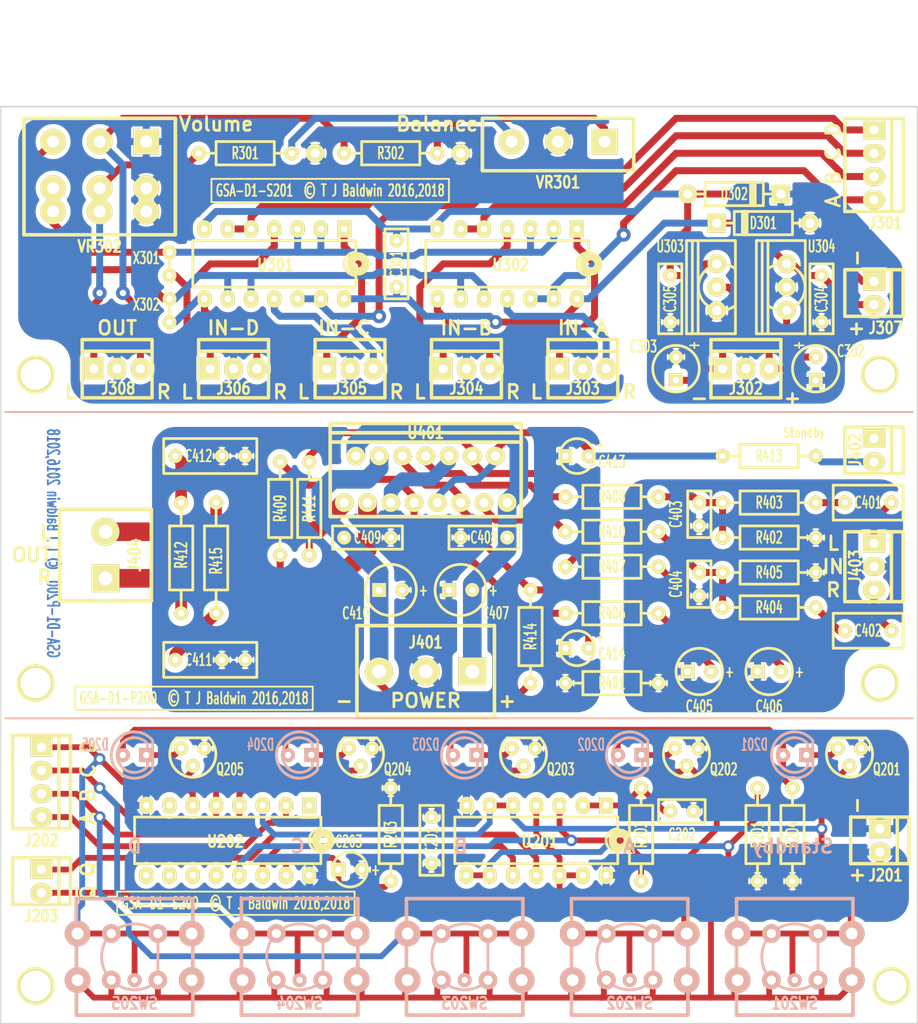
<source format=kicad_pcb>
(kicad_pcb (version 20171130) (host pcbnew 5.1.2-f72e74a~84~ubuntu18.04.1)
  (title_block (title Diamond-1) (date "May 2019") (rev 2.0.0) (company "Gemstone Amplication") (comment 1 "© Tim Baldwin 2016,2019") (comment 2 GSA-D1) (comment 3 "Combined PCBs") (comment 4 "Stereo Amplifier"))
  (layers (0 F.Cu signal) (31 B.Cu signal) (34 B.Paste user) (35 F.Paste user) (36 B.SilkS user) (37 F.SilkS user) (38 B.Mask user) (39 F.Mask user) (44 Edge.Cuts user))
  (net 0 "")
  (net 1 "Net-(R301-Pad2)")
  (net 2 "Net-(R302-Pad1)")
  (net 3 GND)
  (net 4 "Net-(C401-Pad1)")
  (net 5 "Net-(C402-Pad1)")
  (net 6 "Net-(C403-Pad2)")
  (net 7 "Net-(C404-Pad2)")
  (net 8 "Net-(C405-Pad1)")
  (net 9 "Net-(C406-Pad1)")
  (net 10 "Net-(C411-Pad1)")
  (net 11 "Net-(C412-Pad1)")
  (net 12 "Net-(R406-Pad1)")
  (net 13 "Net-(R407-Pad1)")
  (net 14 "Net-(R408-Pad2)")
  (net 15 "Net-(R410-Pad2)")
  (net 16 "Net-(C202-Pad1)")
  (net 17 "Net-(D201-PadK)")
  (net 18 "Net-(D201-PadA)")
  (net 19 "Net-(D202-PadK)")
  (net 20 "Net-(D203-PadK)")
  (net 21 "Net-(D204-PadK)")
  (net 22 "Net-(D205-PadK)")
  (net 23 "Net-(R201-Pad1)")
  (net 24 "/Input Selector/V+")
  (net 25 "/Input Selector/V-")
  (net 26 "/Input Selector/Reset")
  (net 27 "/Power Amp/L-In")
  (net 28 "/Power Amp/R-In")
  (net 29 "/Power Amp/GND-S")
  (net 30 "/Power Amp/V+")
  (net 31 "/Power Amp/V-")
  (net 32 "/Power Amp/SB")
  (net 33 "/Power Amp/MT")
  (net 34 "/Input Selector/D")
  (net 35 "/Input Selector/C")
  (net 36 "/Input Selector/B")
  (net 37 "/Input Selector/A")
  (net 38 "/Input Selector/Q")
  (net 39 "/Input Selector/~Q")
  (net 40 "/Power Amp/Standby")
  (net 41 "/Power Amp/L-Out")
  (net 42 "/Power Amp/R-Out")
  (net 43 "/Input Selector/Q0")
  (net 44 "/Input Selector/Clock")
  (net 45 "/Input Selector/Enable")
  (net 46 /V+)
  (net 47 /V-)
  (net 48 /Vin+)
  (net 49 /GND-P)
  (net 50 /Vin-)
  (net 51 /D)
  (net 52 /C)
  (net 53 /B)
  (net 54 /A)
  (net 55 /A-L)
  (net 56 /GND-S)
  (net 57 /A-R)
  (net 58 /B-L)
  (net 59 /B-R)
  (net 60 /C-L)
  (net 61 /C-R)
  (net 62 /D-L)
  (net 63 /D-R)
  (net 64 /L-Out)
  (net 65 /R-Out)
  (net 66 /R)
  (net 67 /L)
  (module gsa:HOLE33 (layer F.Cu) (at 195.58 113.665)
    (fp_text reference H401 hide)
    (fp_text value HOLE hide)
    (pad H thru_hole circle (at 0 0) (size 3.556 3.556) (drill 3.300001) (layers *.Cu *.Mask F.SilkS))
  )
  (module gsa:CAP740 (layer F.Cu) (at 194.31 93.98)
    (fp_text reference C401 (at 0 0) (layer F.SilkS) (effects (font (size 1.27 0.762) (thickness 0.1905))))
    (fp_text value 2.2u hide)
    (pad 2 thru_hole circle (at 2.54 0) (size 1.524 1.524) (drill 0.7) (layers *.Cu *.Mask F.SilkS) (net 27 "/Power Amp/L-In"))
    (pad 1 thru_hole circle (at -2.54 0) (size 1.524 1.524) (drill 0.7) (layers *.Cu *.Mask F.SilkS) (net 4 "Net-(C401-Pad1)"))
  )
  (module gsa:CAP740 (layer F.Cu) (at 194.31 107.95)
    (fp_text reference C402 (at 0 0) (layer F.SilkS) (effects (font (size 1.27 0.762) (thickness 0.1905))))
    (fp_text value 2.2u hide)
    (pad 2 thru_hole circle (at 2.54 0) (size 1.524 1.524) (drill 0.7) (layers *.Cu *.Mask F.SilkS) (net 28 "/Power Amp/R-In"))
    (pad 1 thru_hole circle (at -2.54 0) (size 1.524 1.524) (drill 0.7) (layers *.Cu *.Mask F.SilkS) (net 5 "Net-(C402-Pad1)"))
  )
  (module gsa:ELEC5R (layer F.Cu) (at 175.895 112.395 180)
    (fp_text reference C405 (at 0 -3.81 180) (layer F.SilkS) (effects (font (size 1.27 0.762) (thickness 0.1905))))
    (fp_text value 47u hide)
    (fp_text user + (at -3.302 0 180) (layer F.SilkS) (effects (font (size 1.27 0.762) (thickness 0.1905))))
    (pad 2 thru_hole rect (at 1.27 0 180) (size 1.524 1.524) (drill 0.7) (layers *.Cu *.Mask F.SilkS) (net 29 "/Power Amp/GND-S"))
    (pad 1 thru_hole circle (at -1.27 0 180) (size 1.524 1.524) (drill 0.7) (layers *.Cu *.Mask F.SilkS) (net 8 "Net-(C405-Pad1)"))
  )
  (module gsa:ELEC5R (layer F.Cu) (at 183.515 112.395 180)
    (fp_text reference C406 (at 0 -3.81 180) (layer F.SilkS) (effects (font (size 1.27 0.762) (thickness 0.1905))))
    (fp_text value 47u hide)
    (fp_text user + (at -3.302 0 180) (layer F.SilkS) (effects (font (size 1.27 0.762) (thickness 0.1905))))
    (pad 2 thru_hole rect (at 1.27 0 180) (size 1.524 1.524) (drill 0.7) (layers *.Cu *.Mask F.SilkS) (net 29 "/Power Amp/GND-S"))
    (pad 1 thru_hole circle (at -1.27 0 180) (size 1.524 1.524) (drill 0.7) (layers *.Cu *.Mask F.SilkS) (net 9 "Net-(C406-Pad1)"))
  )
  (module gsa:ELEC6R (layer F.Cu) (at 149.86 103.505 180)
    (fp_text reference C407 (at -3.81 -2.54 180) (layer F.SilkS) (effects (font (size 1.27 0.762) (thickness 0.1905))))
    (fp_text value 100u hide)
    (fp_text user + (at -3.556 0 180) (layer F.SilkS) (effects (font (size 1.27 0.762) (thickness 0.1905))))
    (pad 2 thru_hole rect (at 1.27 0 180) (size 1.524 1.524) (drill 0.7) (layers *.Cu *.Mask F.SilkS) (net 3 GND))
    (pad 1 thru_hole circle (at -1.27 0 180) (size 1.524 1.524) (drill 0.7) (layers *.Cu *.Mask F.SilkS) (net 30 "/Power Amp/V+"))
  )
  (module gsa:CAP725 (layer F.Cu) (at 152.4 97.79)
    (fp_text reference C408 (at 0 0) (layer F.SilkS) (effects (font (size 1.27 0.762) (thickness 0.1905))))
    (fp_text value 100n hide)
    (pad 2 thru_hole circle (at 2.54 0) (size 1.524 1.524) (drill 0.7) (layers *.Cu *.Mask F.SilkS) (net 30 "/Power Amp/V+"))
    (pad 1 thru_hole circle (at -2.54 0) (size 1.524 1.524) (drill 0.7) (layers *.Cu *.Mask F.SilkS) (net 3 GND))
  )
  (module gsa:CAP725 (layer F.Cu) (at 139.7 97.79 180)
    (fp_text reference C409 (at 0 0 180) (layer F.SilkS) (effects (font (size 1.27 0.762) (thickness 0.1905))))
    (fp_text value 100n hide)
    (pad 2 thru_hole circle (at 2.54 0 180) (size 1.524 1.524) (drill 0.7) (layers *.Cu *.Mask F.SilkS) (net 31 "/Power Amp/V-"))
    (pad 1 thru_hole circle (at -2.54 0 180) (size 1.524 1.524) (drill 0.7) (layers *.Cu *.Mask F.SilkS) (net 3 GND))
  )
  (module gsa:ELEC6R (layer F.Cu) (at 142.24 103.505 180)
    (fp_text reference C410 (at 3.81 -2.54 180) (layer F.SilkS) (effects (font (size 1.27 0.762) (thickness 0.1905))))
    (fp_text value 100u hide)
    (fp_text user + (at -3.556 0 180) (layer F.SilkS) (effects (font (size 1.27 0.762) (thickness 0.1905))))
    (pad 2 thru_hole rect (at 1.27 0 180) (size 1.524 1.524) (drill 0.7) (layers *.Cu *.Mask F.SilkS) (net 31 "/Power Amp/V-"))
    (pad 1 thru_hole circle (at -1.27 0 180) (size 1.524 1.524) (drill 0.7) (layers *.Cu *.Mask F.SilkS) (net 3 GND))
  )
  (module gsa:ELEC4R (layer F.Cu) (at 162.56 88.9 180)
    (fp_text reference C413 (at -3.81 -0.635) (layer F.SilkS) (effects (font (size 1.27 0.762) (thickness 0.1905))))
    (fp_text value 47u hide)
    (fp_text user + (at -2.54 1.27 180) (layer F.SilkS) (effects (font (size 1.27 0.762) (thickness 0.1905))))
    (pad 2 thru_hole rect (at 1.27 0 180) (size 1.524 1.524) (drill 0.7) (layers *.Cu *.Mask F.SilkS) (net 3 GND))
    (pad 1 thru_hole circle (at -1.27 0 180) (size 1.524 1.524) (drill 0.7) (layers *.Cu *.Mask F.SilkS) (net 32 "/Power Amp/SB"))
  )
  (module gsa:HOLE33 (layer F.Cu) (at 103.505 113.665)
    (fp_text reference H402 hide)
    (fp_text value HOLE hide)
    (pad H thru_hole circle (at 0 0) (size 3.556 3.556) (drill 3.300001) (layers *.Cu *.Mask F.SilkS))
  )
  (module gsa:SCREW3 (layer F.Cu) (at 146.05 112.395 180)
    (fp_text reference J401 (at 0 3.175 180) (layer F.SilkS) (effects (font (size 1.27 1.016) (thickness 0.254))))
    (fp_text value CONN-3 hide)
    (pad 3 thru_hole circle (at 5.08 0 180) (size 3.048 3.048) (drill 1.5) (layers *.Cu *.Mask F.SilkS) (net 31 "/Power Amp/V-"))
    (pad 2 thru_hole circle (at 0 0 180) (size 3.048 3.048) (drill 1.5) (layers *.Cu *.Mask F.SilkS) (net 3 GND))
    (pad 1 thru_hole rect (at -5.08 0 180) (size 3.048 3.048) (drill 1.5) (layers *.Cu *.Mask F.SilkS) (net 30 "/Power Amp/V+"))
  )
  (module gsa:SCREW2 (layer F.Cu) (at 111.125 99.695 90)
    (fp_text reference J404 (at 0 3.175 270) (layer F.SilkS) (effects (font (size 1.27 1.016) (thickness 0.254))))
    (fp_text value CONN-2 hide)
    (pad 2 thru_hole circle (at 2.54 0 90) (size 3.048 3.048) (drill 1.5) (layers *.Cu *.Mask F.SilkS) (net 42 "/Power Amp/R-Out"))
    (pad 1 thru_hole rect (at -2.54 0 90) (size 3.048 3.048) (drill 1.5) (layers *.Cu *.Mask F.SilkS) (net 41 "/Power Amp/L-Out"))
  )
  (module gsa:RES10 (layer F.Cu) (at 166.37 113.665)
    (fp_text reference R401 (at 0 0) (layer F.SilkS) (effects (font (size 1.27 0.762) (thickness 0.1905))))
    (fp_text value 5R6 hide)
    (pad 2 thru_hole circle (at 5.08 0) (size 1.524 1.524) (drill 0.7) (layers *.Cu *.Mask F.SilkS) (net 29 "/Power Amp/GND-S"))
    (pad 1 thru_hole circle (at -5.08 0) (size 1.524 1.524) (drill 0.7) (layers *.Cu *.Mask F.SilkS) (net 3 GND))
  )
  (module gsa:RES10 (layer F.Cu) (at 183.515 97.79)
    (fp_text reference R402 (at 0 0) (layer F.SilkS) (effects (font (size 1.27 0.762) (thickness 0.1905))))
    (fp_text value 47k hide)
    (pad 2 thru_hole circle (at 5.08 0) (size 1.524 1.524) (drill 0.7) (layers *.Cu *.Mask F.SilkS) (net 29 "/Power Amp/GND-S"))
    (pad 1 thru_hole circle (at -5.08 0) (size 1.524 1.524) (drill 0.7) (layers *.Cu *.Mask F.SilkS) (net 6 "Net-(C403-Pad2)"))
  )
  (module gsa:RES10 (layer F.Cu) (at 183.515 93.98 180)
    (fp_text reference R403 (at 0 0 180) (layer F.SilkS) (effects (font (size 1.27 0.762) (thickness 0.1905))))
    (fp_text value 1k hide)
    (pad 2 thru_hole circle (at 5.08 0 180) (size 1.524 1.524) (drill 0.7) (layers *.Cu *.Mask F.SilkS) (net 6 "Net-(C403-Pad2)"))
    (pad 1 thru_hole circle (at -5.08 0 180) (size 1.524 1.524) (drill 0.7) (layers *.Cu *.Mask F.SilkS) (net 4 "Net-(C401-Pad1)"))
  )
  (module gsa:RES10 (layer F.Cu) (at 183.515 105.41 180)
    (fp_text reference R404 (at 0 0 180) (layer F.SilkS) (effects (font (size 1.27 0.762) (thickness 0.1905))))
    (fp_text value 1k hide)
    (pad 2 thru_hole circle (at 5.08 0 180) (size 1.524 1.524) (drill 0.7) (layers *.Cu *.Mask F.SilkS) (net 7 "Net-(C404-Pad2)"))
    (pad 1 thru_hole circle (at -5.08 0 180) (size 1.524 1.524) (drill 0.7) (layers *.Cu *.Mask F.SilkS) (net 5 "Net-(C402-Pad1)"))
  )
  (module gsa:RES10 (layer F.Cu) (at 183.515 101.6)
    (fp_text reference R405 (at 0 0) (layer F.SilkS) (effects (font (size 1.27 0.762) (thickness 0.1905))))
    (fp_text value 47k hide)
    (pad 2 thru_hole circle (at 5.08 0) (size 1.524 1.524) (drill 0.7) (layers *.Cu *.Mask F.SilkS) (net 29 "/Power Amp/GND-S"))
    (pad 1 thru_hole circle (at -5.08 0) (size 1.524 1.524) (drill 0.7) (layers *.Cu *.Mask F.SilkS) (net 7 "Net-(C404-Pad2)"))
  )
  (module gsa:RES10 (layer F.Cu) (at 166.37 106.045)
    (fp_text reference R406 (at 0 0) (layer F.SilkS) (effects (font (size 1.27 0.762) (thickness 0.1905))))
    (fp_text value 1k hide)
    (pad 2 thru_hole circle (at 5.08 0) (size 1.524 1.524) (drill 0.7) (layers *.Cu *.Mask F.SilkS) (net 8 "Net-(C405-Pad1)"))
    (pad 1 thru_hole circle (at -5.08 0) (size 1.524 1.524) (drill 0.7) (layers *.Cu *.Mask F.SilkS) (net 12 "Net-(R406-Pad1)"))
  )
  (module gsa:RES10 (layer F.Cu) (at 166.37 100.965)
    (fp_text reference R407 (at 0 0) (layer F.SilkS) (effects (font (size 1.27 0.762) (thickness 0.1905))))
    (fp_text value 1k hide)
    (pad 2 thru_hole circle (at 5.08 0) (size 1.524 1.524) (drill 0.7) (layers *.Cu *.Mask F.SilkS) (net 9 "Net-(C406-Pad1)"))
    (pad 1 thru_hole circle (at -5.08 0) (size 1.524 1.524) (drill 0.7) (layers *.Cu *.Mask F.SilkS) (net 13 "Net-(R407-Pad1)"))
  )
  (module gsa:RES10 (layer F.Cu) (at 166.37 93.345 180)
    (fp_text reference R408 (at 0 0 180) (layer F.SilkS) (effects (font (size 1.27 0.762) (thickness 0.1905))))
    (fp_text value 1k hide)
    (pad 2 thru_hole circle (at 5.08 0 180) (size 1.524 1.524) (drill 0.7) (layers *.Cu *.Mask F.SilkS) (net 14 "Net-(R408-Pad2)"))
    (pad 1 thru_hole circle (at -5.08 0 180) (size 1.524 1.524) (drill 0.7) (layers *.Cu *.Mask F.SilkS) (net 6 "Net-(C403-Pad2)"))
  )
  (module gsa:RES10 (layer F.Cu) (at 166.37 97.155 180)
    (fp_text reference R410 (at 0 0 180) (layer F.SilkS) (effects (font (size 1.27 0.762) (thickness 0.1905))))
    (fp_text value 1k hide)
    (pad 2 thru_hole circle (at 5.08 0 180) (size 1.524 1.524) (drill 0.7) (layers *.Cu *.Mask F.SilkS) (net 15 "Net-(R410-Pad2)"))
    (pad 1 thru_hole circle (at -5.08 0 180) (size 1.524 1.524) (drill 0.7) (layers *.Cu *.Mask F.SilkS) (net 7 "Net-(C404-Pad2)"))
  )
  (module gsa:RES12 (layer F.Cu) (at 119.38 100.33 270)
    (fp_text reference R412 (at -0.635 0 270) (layer F.SilkS) (effects (font (size 1.27 0.762) (thickness 0.1905))))
    (fp_text value 4R7 hide)
    (pad 2 thru_hole circle (at 5.715 0 270) (size 1.524 1.524) (drill 0.7) (layers *.Cu *.Mask F.SilkS) (net 41 "/Power Amp/L-Out"))
    (pad 1 thru_hole circle (at -6.35 0 270) (size 1.524 1.524) (drill 0.7) (layers *.Cu *.Mask F.SilkS) (net 11 "Net-(C412-Pad1)"))
  )
  (module gsa:RES10 (layer F.Cu) (at 183.515 88.9)
    (fp_text reference R413 (at 0 0) (layer F.SilkS) (effects (font (size 1.27 0.762) (thickness 0.1905))))
    (fp_text value 10k hide)
    (pad 2 thru_hole circle (at 5.08 0) (size 1.524 1.524) (drill 0.7) (layers *.Cu *.Mask F.SilkS) (net 40 "/Power Amp/Standby"))
    (pad 1 thru_hole circle (at -5.08 0) (size 1.524 1.524) (drill 0.7) (layers *.Cu *.Mask F.SilkS) (net 32 "/Power Amp/SB"))
  )
  (module gsa:RES12 (layer F.Cu) (at 123.19 99.695 90)
    (fp_text reference R415 (at -0.635 0 90) (layer F.SilkS) (effects (font (size 1.27 0.762) (thickness 0.1905))))
    (fp_text value 4R7 hide)
    (pad 2 thru_hole circle (at 5.715 0 90) (size 1.524 1.524) (drill 0.7) (layers *.Cu *.Mask F.SilkS) (net 42 "/Power Amp/R-Out"))
    (pad 1 thru_hole circle (at -6.35 0 90) (size 1.524 1.524) (drill 0.7) (layers *.Cu *.Mask F.SilkS) (net 10 "Net-(C411-Pad1)"))
  )
  (module gsa:TO220-15 (layer F.Cu) (at 146.05 88.9)
    (fp_text reference U401 (at 0 -2.54) (layer F.SilkS) (effects (font (size 1.27 1.016) (thickness 0.254))))
    (fp_text value LM1876 hide)
    (pad 6 thru_hole circle (at -2.54 0) (size 2.032 2.032) (drill 1) (layers *.Cu *.Mask F.SilkS) (net 33 "/Power Amp/MT"))
    (pad 8 thru_hole circle (at 0 0) (size 2.032 2.032) (drill 1) (layers *.Cu *.Mask F.SilkS) (net 14 "Net-(R408-Pad2)"))
    (pad 14 thru_hole circle (at 7.62 0) (size 2.032 2.032) (drill 1) (layers *.Cu *.Mask F.SilkS) (net 32 "/Power Amp/SB"))
    (pad 4 thru_hole circle (at -5.08 0) (size 2.032 2.032) (drill 1) (layers *.Cu *.Mask F.SilkS) (net 31 "/Power Amp/V-"))
    (pad 2 thru_hole circle (at -7.62 0) (size 2.032 2.032) (drill 1) (layers *.Cu *.Mask F.SilkS) (net 30 "/Power Amp/V+"))
    (pad 10 thru_hole circle (at 2.54 0) (size 2.032 2.032) (drill 1) (layers *.Cu *.Mask F.SilkS) (net 3 GND))
    (pad 12 thru_hole circle (at 5.08 0) (size 2.032 2.032) (drill 1) (layers *.Cu *.Mask F.SilkS) (net 13 "Net-(R407-Pad1)"))
    (pad 15 thru_hole circle (at 8.89 5.08) (size 2.032 2.032) (drill 1) (layers *.Cu *.Mask F.SilkS) (net 30 "/Power Amp/V+"))
    (pad 13 thru_hole circle (at 6.35 5.08) (size 2.032 2.032) (drill 1) (layers *.Cu *.Mask F.SilkS) (net 15 "Net-(R410-Pad2)"))
    (pad 11 thru_hole circle (at 3.81 5.08) (size 2.032 2.032) (drill 1) (layers *.Cu *.Mask F.SilkS) (net 33 "/Power Amp/MT"))
    (pad 9 thru_hole circle (at 1.27 5.08) (size 2.032 2.032) (drill 1) (layers *.Cu *.Mask F.SilkS) (net 32 "/Power Amp/SB"))
    (pad 1 thru_hole circle (at -8.89 5.08) (size 2.032 2.032) (drill 1) (layers *.Cu *.Mask F.SilkS) (net 42 "/Power Amp/R-Out"))
    (pad 3 thru_hole circle (at -6.35 5.08) (size 2.032 2.032) (drill 1) (layers *.Cu *.Mask F.SilkS) (net 41 "/Power Amp/L-Out"))
    (pad 7 thru_hole circle (at -1.27 5.08) (size 2.032 2.032) (drill 1) (layers *.Cu *.Mask F.SilkS) (net 12 "Net-(R406-Pad1)"))
    (pad 5 thru_hole circle (at -3.81 5.08) (size 2.032 2.032) (drill 1) (layers *.Cu *.Mask F.SilkS) (net 3 GND))
  )
  (module gsa:ELEC4R (layer F.Cu) (at 162.56 109.855 180)
    (fp_text reference C414 (at -3.81 -0.635 180) (layer F.SilkS) (effects (font (size 1.27 0.762) (thickness 0.1905))))
    (fp_text value 47u hide)
    (fp_text user + (at -2.54 1.27 180) (layer F.SilkS) (effects (font (size 1.27 0.762) (thickness 0.1905))))
    (pad 2 thru_hole rect (at 1.27 0 180) (size 1.524 1.524) (drill 0.7) (layers *.Cu *.Mask F.SilkS) (net 3 GND))
    (pad 1 thru_hole circle (at -1.27 0 180) (size 1.524 1.524) (drill 0.7) (layers *.Cu *.Mask F.SilkS) (net 33 "/Power Amp/MT"))
  )
  (module gsa:RES10 (layer F.Cu) (at 157.48 108.585 90)
    (fp_text reference R414 (at 0 0 90) (layer F.SilkS) (effects (font (size 1.27 0.762) (thickness 0.1905))))
    (fp_text value 18k hide)
    (pad 2 thru_hole circle (at 5.08 0 90) (size 1.524 1.524) (drill 0.7) (layers *.Cu *.Mask F.SilkS) (net 33 "/Power Amp/MT"))
    (pad 1 thru_hole circle (at -5.08 0 90) (size 1.524 1.524) (drill 0.7) (layers *.Cu *.Mask F.SilkS) (net 31 "/Power Amp/V-"))
  )
  (module gsa:CAP-C25 (layer F.Cu) (at 175.895 102.87 90)
    (fp_text reference C404 (at 0 -2.54 90) (layer F.SilkS) (effects (font (size 1.27 0.762) (thickness 0.1905))))
    (fp_text value 220p hide)
    (pad 2 thru_hole circle (at 1.27 0 90) (size 1.524 1.524) (drill 0.7) (layers *.Cu *.Mask F.SilkS) (net 7 "Net-(C404-Pad2)"))
    (pad 1 thru_hole circle (at -1.27 0 90) (size 1.524 1.524) (drill 0.7) (layers *.Cu *.Mask F.SilkS) (net 29 "/Power Amp/GND-S"))
  )
  (module gsa:CAP-C25 (layer F.Cu) (at 175.895 95.25 90)
    (fp_text reference C403 (at 0 -2.54 90) (layer F.SilkS) (effects (font (size 1.27 0.762) (thickness 0.1905))))
    (fp_text value 220p hide)
    (pad 2 thru_hole circle (at 1.27 0 90) (size 1.524 1.524) (drill 0.7) (layers *.Cu *.Mask F.SilkS) (net 6 "Net-(C403-Pad2)"))
    (pad 1 thru_hole circle (at -1.27 0 90) (size 1.524 1.524) (drill 0.7) (layers *.Cu *.Mask F.SilkS) (net 29 "/Power Amp/GND-S"))
  )
  (module gsa:CAP-5-7 (layer F.Cu) (at 122.555 88.9)
    (fp_text reference C412 (at -1.27 0) (layer F.SilkS) (effects (font (size 1.27 0.762) (thickness 0.1905))))
    (fp_text value 100n hide)
    (pad 2 thru_hole circle (at 3.81 0) (size 1.524 1.524) (drill 0.7) (layers *.Cu *.Mask F.SilkS) (net 3 GND))
    (pad 1 thru_hole circle (at -3.81 0) (size 1.524 1.524) (drill 0.7) (layers *.Cu *.Mask F.SilkS) (net 11 "Net-(C412-Pad1)"))
    (pad 2 thru_hole circle (at 1.27 0) (size 1.524 1.524) (drill 0.7) (layers *.Cu *.Mask F.SilkS) (net 3 GND))
  )
  (module gsa:CAP-5-7 (layer F.Cu) (at 122.555 111.125)
    (fp_text reference C411 (at -1.27 0) (layer F.SilkS) (effects (font (size 1.27 0.762) (thickness 0.1905))))
    (fp_text value 100n hide)
    (pad 2 thru_hole circle (at 3.81 0) (size 1.524 1.524) (drill 0.7) (layers *.Cu *.Mask F.SilkS) (net 3 GND))
    (pad 1 thru_hole circle (at -3.81 0) (size 1.524 1.524) (drill 0.7) (layers *.Cu *.Mask F.SilkS) (net 10 "Net-(C411-Pad1)"))
    (pad 2 thru_hole circle (at 1.27 0) (size 1.524 1.524) (drill 0.7) (layers *.Cu *.Mask F.SilkS) (net 3 GND))
  )
  (module gsa:MOLEX2 (layer F.Cu) (at 194.945 88.265 270)
    (fp_text reference J402 (at 0 2.032 270) (layer F.SilkS) (effects (font (size 1.27 1.016) (thickness 0.254))))
    (fp_text value CONN-2 hide)
    (pad 2 thru_hole oval (at 1.27 0 270) (size 2.032 2.413) (drill 1) (layers *.Cu *.Mask F.SilkS) (net 40 "/Power Amp/Standby"))
    (pad 1 thru_hole rect (at -1.27 0 270) (size 2.032 2.413) (drill 1) (layers *.Cu *.Mask F.SilkS))
  )
  (module gsa:MOLEX3 (layer F.Cu) (at 194.945 100.965 270)
    (fp_text reference J403 (at 0 2.032 270) (layer F.SilkS) (effects (font (size 1.27 1.016) (thickness 0.254))))
    (fp_text value CONN-3 hide)
    (pad 3 thru_hole oval (at 2.54 0 270) (size 2.032 2.413) (drill 1) (layers *.Cu *.Mask F.SilkS) (net 28 "/Power Amp/R-In"))
    (pad 2 thru_hole oval (at 0 0 270) (size 2.032 2.413) (drill 1) (layers *.Cu *.Mask F.SilkS) (net 29 "/Power Amp/GND-S"))
    (pad 1 thru_hole rect (at -2.54 0 270) (size 2.032 2.413) (drill 1) (layers *.Cu *.Mask F.SilkS) (net 27 "/Power Amp/L-In"))
  )
  (module gsa:RES10 (layer F.Cu) (at 130.175 94.615 270)
    (fp_text reference R409 (at 0 0 270) (layer F.SilkS) (effects (font (size 1.27 0.762) (thickness 0.1905))))
    (fp_text value 39k hide)
    (pad 2 thru_hole circle (at 5.08 0 270) (size 1.524 1.524) (drill 0.7) (layers *.Cu *.Mask F.SilkS) (net 41 "/Power Amp/L-Out"))
    (pad 1 thru_hole circle (at -5.08 0 270) (size 1.524 1.524) (drill 0.7) (layers *.Cu *.Mask F.SilkS) (net 12 "Net-(R406-Pad1)"))
  )
  (module gsa:RES10 (layer F.Cu) (at 133.35 94.615 270)
    (fp_text reference R411 (at 0 0 270) (layer F.SilkS) (effects (font (size 1.27 0.762) (thickness 0.1905))))
    (fp_text value 39k hide)
    (pad 2 thru_hole circle (at 5.08 0 270) (size 1.524 1.524) (drill 0.7) (layers *.Cu *.Mask F.SilkS) (net 42 "/Power Amp/R-Out"))
    (pad 1 thru_hole circle (at -5.08 0 270) (size 1.524 1.524) (drill 0.7) (layers *.Cu *.Mask F.SilkS) (net 13 "Net-(R407-Pad1)"))
  )
  (module gsa:CAP725 (layer F.Cu) (at 146.685 130.81 90)
    (fp_text reference C201 (at 0 0 90) (layer F.SilkS) (effects (font (size 1.27 0.762) (thickness 0.1905))))
    (fp_text value 100n hide)
    (pad 2 thru_hole circle (at 2.54 0 90) (size 1.524 1.524) (drill 0.7) (layers *.Cu *.Mask F.SilkS) (net 25 "/Input Selector/V-"))
    (pad 1 thru_hole circle (at -2.54 0 90) (size 1.524 1.524) (drill 0.7) (layers *.Cu *.Mask F.SilkS) (net 24 "/Input Selector/V+"))
  )
  (module gsa:ELEC4R (layer F.Cu) (at 137.795 133.985 180)
    (fp_text reference C203 (at 0.127 3.048 180) (layer F.SilkS) (effects (font (size 1.27 0.762) (thickness 0.1905))))
    (fp_text value 10u hide)
    (fp_text user + (at -2.794 0 180) (layer F.SilkS) (effects (font (size 1.27 0.762) (thickness 0.1905))))
    (pad 2 thru_hole rect (at 1.27 0 180) (size 1.524 1.524) (drill 0.7) (layers *.Cu *.Mask F.SilkS) (net 26 "/Input Selector/Reset"))
    (pad 1 thru_hole circle (at -1.27 0 180) (size 1.524 1.524) (drill 0.7) (layers *.Cu *.Mask F.SilkS) (net 24 "/Input Selector/V+"))
  )
  (module gsa:LED3 (layer B.Cu) (at 186.3 121.51 180)
    (fp_text reference D201 (at 4.415 1.141 180) (layer B.SilkS) (effects (font (size 1.27 0.762) (thickness 0.1905)) (justify mirror)))
    (fp_text value LED hide)
    (pad A thru_hole circle (at 1.27 0 180) (size 1.524 1.524) (drill 0.7) (layers *.Cu *.Mask B.SilkS) (net 18 "Net-(D201-PadA)"))
    (pad K thru_hole rect (at -1.27 0 180) (size 1.524 1.524) (drill 0.7) (layers *.Cu *.Mask B.SilkS) (net 17 "Net-(D201-PadK)"))
  )
  (module gsa:LED3 (layer B.Cu) (at 168.3 121.51 180)
    (fp_text reference D202 (at 4.195 1.141 180) (layer B.SilkS) (effects (font (size 1.27 0.762) (thickness 0.1905)) (justify mirror)))
    (fp_text value LED hide)
    (pad A thru_hole circle (at 1.27 0 180) (size 1.524 1.524) (drill 0.7) (layers *.Cu *.Mask B.SilkS) (net 18 "Net-(D201-PadA)"))
    (pad K thru_hole rect (at -1.27 0 180) (size 1.524 1.524) (drill 0.7) (layers *.Cu *.Mask B.SilkS) (net 19 "Net-(D202-PadK)"))
  )
  (module gsa:LED3 (layer B.Cu) (at 150.3 121.51 180)
    (fp_text reference D203 (at 4.229 1.141 180) (layer B.SilkS) (effects (font (size 1.27 0.762) (thickness 0.1905)) (justify mirror)))
    (fp_text value LED hide)
    (pad A thru_hole circle (at 1.27 0 180) (size 1.524 1.524) (drill 0.7) (layers *.Cu *.Mask B.SilkS) (net 18 "Net-(D201-PadA)"))
    (pad K thru_hole rect (at -1.27 0 180) (size 1.524 1.524) (drill 0.7) (layers *.Cu *.Mask B.SilkS) (net 20 "Net-(D203-PadK)"))
  )
  (module gsa:LED3 (layer B.Cu) (at 132.3 121.51 180)
    (fp_text reference D204 (at 4.263 1.141 180) (layer B.SilkS) (effects (font (size 1.27 0.762) (thickness 0.1905)) (justify mirror)))
    (fp_text value LED hide)
    (pad A thru_hole circle (at 1.27 0 180) (size 1.524 1.524) (drill 0.7) (layers *.Cu *.Mask B.SilkS) (net 18 "Net-(D201-PadA)"))
    (pad K thru_hole rect (at -1.27 0 180) (size 1.524 1.524) (drill 0.7) (layers *.Cu *.Mask B.SilkS) (net 21 "Net-(D204-PadK)"))
  )
  (module gsa:LED3 (layer B.Cu) (at 114.3 121.51 180)
    (fp_text reference D205 (at 4.297 1.141 180) (layer B.SilkS) (effects (font (size 1.27 0.762) (thickness 0.1905)) (justify mirror)))
    (fp_text value LED hide)
    (pad A thru_hole circle (at 1.27 0 180) (size 1.524 1.524) (drill 0.7) (layers *.Cu *.Mask B.SilkS) (net 18 "Net-(D201-PadA)"))
    (pad K thru_hole rect (at -1.27 0 180) (size 1.524 1.524) (drill 0.7) (layers *.Cu *.Mask B.SilkS) (net 22 "Net-(D205-PadK)"))
  )
  (module gsa:HOLE33 (layer F.Cu) (at 103.505 146.685)
    (fp_text reference H201 hide)
    (fp_text value HOLE hide)
    (pad H thru_hole circle (at 0 0) (size 3.556 3.556) (drill 3.300001) (layers *.Cu *.Mask F.SilkS))
  )
  (module gsa:HOLE33 (layer F.Cu) (at 196.85 146.685)
    (fp_text reference H202 hide)
    (fp_text value HOLE hide)
    (pad H thru_hole circle (at 0 0) (size 3.556 3.556) (drill 3.300001) (layers *.Cu *.Mask F.SilkS))
  )
  (module gsa:RES10 (layer F.Cu) (at 182.245 130.175 270)
    (fp_text reference R201 (at 0 0 270) (layer F.SilkS) (effects (font (size 1.27 0.762) (thickness 0.1905))))
    (fp_text value 100k hide)
    (pad 2 thru_hole circle (at 5.08 0 270) (size 1.524 1.524) (drill 0.7) (layers *.Cu *.Mask F.SilkS) (net 24 "/Input Selector/V+"))
    (pad 1 thru_hole circle (at -5.08 0 270) (size 1.524 1.524) (drill 0.7) (layers *.Cu *.Mask F.SilkS) (net 23 "Net-(R201-Pad1)"))
  )
  (module gsa:RES10 (layer F.Cu) (at 169.545 130.175 90)
    (fp_text reference R202 (at 0 0 90) (layer F.SilkS) (effects (font (size 1.27 0.762) (thickness 0.1905))))
    (fp_text value 10k hide)
    (pad 2 thru_hole circle (at 5.08 0 90) (size 1.524 1.524) (drill 0.7) (layers *.Cu *.Mask F.SilkS) (net 16 "Net-(C202-Pad1)"))
    (pad 1 thru_hole circle (at -5.08 0 90) (size 1.524 1.524) (drill 0.7) (layers *.Cu *.Mask F.SilkS) (net 44 "/Input Selector/Clock"))
  )
  (module gsa:RES10 (layer F.Cu) (at 142.24 130.175 270)
    (fp_text reference R203 (at 0 0 270) (layer F.SilkS) (effects (font (size 1.27 0.762) (thickness 0.1905))))
    (fp_text value 10k hide)
    (pad 2 thru_hole circle (at 5.08 0 270) (size 1.524 1.524) (drill 0.7) (layers *.Cu *.Mask F.SilkS) (net 26 "/Input Selector/Reset"))
    (pad 1 thru_hole circle (at -5.08 0 270) (size 1.524 1.524) (drill 0.7) (layers *.Cu *.Mask F.SilkS) (net 25 "/Input Selector/V-"))
  )
  (module gsa:RES10 (layer F.Cu) (at 186.055 130.175 90)
    (fp_text reference R204 (at 0 0 90) (layer F.SilkS) (effects (font (size 1.27 0.762) (thickness 0.1905))))
    (fp_text value 560R hide)
    (pad 2 thru_hole circle (at 5.08 0 90) (size 1.524 1.524) (drill 0.7) (layers *.Cu *.Mask F.SilkS) (net 18 "Net-(D201-PadA)"))
    (pad 1 thru_hole circle (at -5.08 0 90) (size 1.524 1.524) (drill 0.7) (layers *.Cu *.Mask F.SilkS) (net 24 "/Input Selector/V+"))
  )
  (module gsa:DIL14 (layer F.Cu) (at 158.115 130.81 180)
    (fp_text reference U201 (at -0.381 -0.127 180) (layer F.SilkS) (effects (font (size 1.27 1.016) (thickness 0.254))))
    (fp_text value 4093 hide)
    (pad 11 thru_hole oval (at 0 -3.81 180) (size 1.524 1.905) (drill 0.7) (layers *.Cu *.Mask F.SilkS) (net 38 "/Input Selector/Q"))
    (pad 12 thru_hole oval (at -2.54 -3.81 180) (size 1.524 1.905) (drill 0.7) (layers *.Cu *.Mask F.SilkS) (net 39 "/Input Selector/~Q"))
    (pad 13 thru_hole oval (at -5.08 -3.81 180) (size 1.524 1.905) (drill 0.7) (layers *.Cu *.Mask F.SilkS) (net 39 "/Input Selector/~Q"))
    (pad 14 thru_hole oval (at -7.62 -3.81 180) (size 1.524 1.905) (drill 0.7) (layers *.Cu *.Mask F.SilkS) (net 24 "/Input Selector/V+"))
    (pad 1 thru_hole rect (at -7.62 3.81 180) (size 1.524 1.905) (drill 0.7) (layers *.Cu *.Mask F.SilkS) (net 16 "Net-(C202-Pad1)"))
    (pad 2 thru_hole oval (at -5.08 3.81 180) (size 1.524 1.905) (drill 0.7) (layers *.Cu *.Mask F.SilkS) (net 16 "Net-(C202-Pad1)"))
    (pad 3 thru_hole oval (at -2.54 3.81 180) (size 1.524 1.905) (drill 0.7) (layers *.Cu *.Mask F.SilkS) (net 44 "/Input Selector/Clock"))
    (pad 4 thru_hole oval (at 0 3.81 180) (size 1.524 1.905) (drill 0.7) (layers *.Cu *.Mask F.SilkS) (net 39 "/Input Selector/~Q"))
    (pad 6 thru_hole oval (at 5.08 3.81 180) (size 1.524 1.905) (drill 0.7) (layers *.Cu *.Mask F.SilkS) (net 43 "/Input Selector/Q0"))
    (pad 5 thru_hole oval (at 2.54 3.81 180) (size 1.524 1.905) (drill 0.7) (layers *.Cu *.Mask F.SilkS) (net 43 "/Input Selector/Q0"))
    (pad 10 thru_hole oval (at 2.54 -3.81 180) (size 1.524 1.905) (drill 0.7) (layers *.Cu *.Mask F.SilkS) (net 45 "/Input Selector/Enable"))
    (pad 9 thru_hole oval (at 5.08 -3.81 180) (size 1.524 1.905) (drill 0.7) (layers *.Cu *.Mask F.SilkS) (net 23 "Net-(R201-Pad1)"))
    (pad 8 thru_hole oval (at 7.62 -3.81 180) (size 1.524 1.905) (drill 0.7) (layers *.Cu *.Mask F.SilkS) (net 23 "Net-(R201-Pad1)"))
    (pad 7 thru_hole oval (at 7.62 3.81 180) (size 1.524 1.905) (drill 0.7) (layers *.Cu *.Mask F.SilkS) (net 25 "/Input Selector/V-"))
  )
  (module gsa:DIL16 (layer F.Cu) (at 124.46 130.81 180)
    (fp_text reference U202 (at 0.254 -0.127 180) (layer F.SilkS) (effects (font (size 1.27 1.016) (thickness 0.254))))
    (fp_text value 4017 hide)
    (pad 11 thru_hole oval (at 3.81 -3.81 180) (size 1.524 1.905) (drill 0.7) (layers *.Cu *.Mask F.SilkS))
    (pad 12 thru_hole oval (at 1.27 -3.81 180) (size 1.524 1.905) (drill 0.7) (layers *.Cu *.Mask F.SilkS))
    (pad 13 thru_hole oval (at -1.27 -3.81 180) (size 1.524 1.905) (drill 0.7) (layers *.Cu *.Mask F.SilkS) (net 44 "/Input Selector/Clock"))
    (pad 14 thru_hole oval (at -3.81 -3.81 180) (size 1.524 1.905) (drill 0.7) (layers *.Cu *.Mask F.SilkS) (net 45 "/Input Selector/Enable"))
    (pad 1 thru_hole rect (at -8.89 3.81 180) (size 1.524 1.905) (drill 0.7) (layers *.Cu *.Mask F.SilkS))
    (pad 2 thru_hole oval (at -6.35 3.81 180) (size 1.524 1.905) (drill 0.7) (layers *.Cu *.Mask F.SilkS) (net 37 "/Input Selector/A"))
    (pad 3 thru_hole oval (at -3.81 3.81 180) (size 1.524 1.905) (drill 0.7) (layers *.Cu *.Mask F.SilkS) (net 43 "/Input Selector/Q0"))
    (pad 4 thru_hole oval (at -1.27 3.81 180) (size 1.524 1.905) (drill 0.7) (layers *.Cu *.Mask F.SilkS) (net 36 "/Input Selector/B"))
    (pad 6 thru_hole oval (at 3.81 3.81 180) (size 1.524 1.905) (drill 0.7) (layers *.Cu *.Mask F.SilkS) (net 34 "/Input Selector/D"))
    (pad 5 thru_hole oval (at 1.27 3.81 180) (size 1.524 1.905) (drill 0.7) (layers *.Cu *.Mask F.SilkS) (net 35 "/Input Selector/C"))
    (pad 10 thru_hole oval (at 6.35 -3.81 180) (size 1.524 1.905) (drill 0.7) (layers *.Cu *.Mask F.SilkS))
    (pad 9 thru_hole oval (at 8.89 -3.81 180) (size 1.524 1.905) (drill 0.7) (layers *.Cu *.Mask F.SilkS))
    (pad 7 thru_hole oval (at 6.35 3.81 180) (size 1.524 1.905) (drill 0.7) (layers *.Cu *.Mask F.SilkS))
    (pad 8 thru_hole oval (at 8.89 3.81 180) (size 1.524 1.905) (drill 0.7) (layers *.Cu *.Mask F.SilkS) (net 25 "/Input Selector/V-"))
    (pad 16 thru_hole oval (at -8.89 -3.81 180) (size 1.524 1.905) (drill 0.7) (layers *.Cu *.Mask F.SilkS) (net 24 "/Input Selector/V+"))
    (pad 15 thru_hole oval (at -6.35 -3.81 180) (size 1.524 1.905) (drill 0.7) (layers *.Cu *.Mask F.SilkS) (net 26 "/Input Selector/Reset"))
  )
  (module gsa:CAP-C25 (layer F.Cu) (at 173.99 127.635)
    (fp_text reference C202 (at 0 2.54) (layer F.SilkS) (effects (font (size 1.27 0.762) (thickness 0.1905))))
    (fp_text value 1n hide)
    (pad 2 thru_hole circle (at 1.27 0) (size 1.524 1.524) (drill 0.7) (layers *.Cu *.Mask F.SilkS) (net 25 "/Input Selector/V-"))
    (pad 1 thru_hole circle (at -1.27 0) (size 1.524 1.524) (drill 0.7) (layers *.Cu *.Mask F.SilkS) (net 16 "Net-(C202-Pad1)"))
  )
  (module gsa:SW-TACT2 (layer B.Cu) (at 132.3 143.51)
    (fp_text reference SW204 (at 0 5.08) (layer B.SilkS) (effects (font (size 1.27 1.016) (thickness 0.254)) (justify mirror)))
    (fp_text value SP-PUSH hide)
    (pad 1 thru_hole circle (at -2.54 -2.54) (size 2.032 2.032) (drill 1) (layers *.Cu *.Mask B.SilkS) (net 35 "/Input Selector/C"))
    (pad 1 thru_hole circle (at 2.54 -2.54) (size 2.032 2.032) (drill 1) (layers *.Cu *.Mask B.SilkS) (net 35 "/Input Selector/C"))
    (pad 2 thru_hole circle (at 2.54 2.54) (size 2.032 2.032) (drill 1) (layers *.Cu *.Mask B.SilkS) (net 23 "Net-(R201-Pad1)"))
    (pad 2 thru_hole circle (at -2.54 2.54) (size 2.032 2.032) (drill 1) (layers *.Cu *.Mask B.SilkS) (net 23 "Net-(R201-Pad1)"))
    (pad 1 thru_hole circle (at 0 2.54) (size 1.524 1.524) (drill 0.7) (layers *.Cu *.Mask B.SilkS) (net 35 "/Input Selector/C"))
    (pad 1 thru_hole circle (at -6.223 -2.54) (size 2.794 2.794) (drill 1.3) (layers *.Cu *.Mask B.SilkS) (net 35 "/Input Selector/C"))
    (pad 1 thru_hole circle (at 6.223 -2.54) (size 2.794 2.794) (drill 1.3) (layers *.Cu *.Mask B.SilkS) (net 35 "/Input Selector/C"))
    (pad 2 thru_hole circle (at -6.223 2.54) (size 2.794 2.794) (drill 1.3) (layers *.Cu *.Mask B.SilkS) (net 23 "Net-(R201-Pad1)"))
    (pad 2 thru_hole circle (at 6.223 2.54) (size 2.794 2.794) (drill 1.3) (layers *.Cu *.Mask B.SilkS) (net 23 "Net-(R201-Pad1)"))
  )
  (module gsa:SW-TACT2 (layer B.Cu) (at 186.3 143.51)
    (fp_text reference SW201 (at 0 5.08) (layer B.SilkS) (effects (font (size 1.27 1.016) (thickness 0.254)) (justify mirror)))
    (fp_text value SP-PUSH hide)
    (pad 1 thru_hole circle (at -2.54 -2.54) (size 2.032 2.032) (drill 1) (layers *.Cu *.Mask B.SilkS) (net 43 "/Input Selector/Q0"))
    (pad 1 thru_hole circle (at 2.54 -2.54) (size 2.032 2.032) (drill 1) (layers *.Cu *.Mask B.SilkS) (net 43 "/Input Selector/Q0"))
    (pad 2 thru_hole circle (at 2.54 2.54) (size 2.032 2.032) (drill 1) (layers *.Cu *.Mask B.SilkS) (net 23 "Net-(R201-Pad1)"))
    (pad 2 thru_hole circle (at -2.54 2.54) (size 2.032 2.032) (drill 1) (layers *.Cu *.Mask B.SilkS) (net 23 "Net-(R201-Pad1)"))
    (pad 1 thru_hole circle (at 0 2.54) (size 1.524 1.524) (drill 0.7) (layers *.Cu *.Mask B.SilkS) (net 43 "/Input Selector/Q0"))
    (pad 1 thru_hole circle (at -6.223 -2.54) (size 2.794 2.794) (drill 1.3) (layers *.Cu *.Mask B.SilkS) (net 43 "/Input Selector/Q0"))
    (pad 1 thru_hole circle (at 6.223 -2.54) (size 2.794 2.794) (drill 1.3) (layers *.Cu *.Mask B.SilkS) (net 43 "/Input Selector/Q0"))
    (pad 2 thru_hole circle (at -6.223 2.54) (size 2.794 2.794) (drill 1.3) (layers *.Cu *.Mask B.SilkS) (net 23 "Net-(R201-Pad1)"))
    (pad 2 thru_hole circle (at 6.223 2.54) (size 2.794 2.794) (drill 1.3) (layers *.Cu *.Mask B.SilkS) (net 23 "Net-(R201-Pad1)"))
  )
  (module gsa:SW-TACT2 (layer B.Cu) (at 168.3 143.51)
    (fp_text reference SW202 (at 0 5.08) (layer B.SilkS) (effects (font (size 1.27 1.016) (thickness 0.254)) (justify mirror)))
    (fp_text value SP-PUSH hide)
    (pad 1 thru_hole circle (at -2.54 -2.54) (size 2.032 2.032) (drill 1) (layers *.Cu *.Mask B.SilkS) (net 37 "/Input Selector/A"))
    (pad 1 thru_hole circle (at 2.54 -2.54) (size 2.032 2.032) (drill 1) (layers *.Cu *.Mask B.SilkS) (net 37 "/Input Selector/A"))
    (pad 2 thru_hole circle (at 2.54 2.54) (size 2.032 2.032) (drill 1) (layers *.Cu *.Mask B.SilkS) (net 23 "Net-(R201-Pad1)"))
    (pad 2 thru_hole circle (at -2.54 2.54) (size 2.032 2.032) (drill 1) (layers *.Cu *.Mask B.SilkS) (net 23 "Net-(R201-Pad1)"))
    (pad 1 thru_hole circle (at 0 2.54) (size 1.524 1.524) (drill 0.7) (layers *.Cu *.Mask B.SilkS) (net 37 "/Input Selector/A"))
    (pad 1 thru_hole circle (at -6.223 -2.54) (size 2.794 2.794) (drill 1.3) (layers *.Cu *.Mask B.SilkS) (net 37 "/Input Selector/A"))
    (pad 1 thru_hole circle (at 6.223 -2.54) (size 2.794 2.794) (drill 1.3) (layers *.Cu *.Mask B.SilkS) (net 37 "/Input Selector/A"))
    (pad 2 thru_hole circle (at -6.223 2.54) (size 2.794 2.794) (drill 1.3) (layers *.Cu *.Mask B.SilkS) (net 23 "Net-(R201-Pad1)"))
    (pad 2 thru_hole circle (at 6.223 2.54) (size 2.794 2.794) (drill 1.3) (layers *.Cu *.Mask B.SilkS) (net 23 "Net-(R201-Pad1)"))
  )
  (module gsa:SW-TACT2 (layer B.Cu) (at 150.3 143.51)
    (fp_text reference SW203 (at 0 5.08) (layer B.SilkS) (effects (font (size 1.27 1.016) (thickness 0.254)) (justify mirror)))
    (fp_text value SP-PUSH hide)
    (pad 1 thru_hole circle (at -2.54 -2.54) (size 2.032 2.032) (drill 1) (layers *.Cu *.Mask B.SilkS) (net 36 "/Input Selector/B"))
    (pad 1 thru_hole circle (at 2.54 -2.54) (size 2.032 2.032) (drill 1) (layers *.Cu *.Mask B.SilkS) (net 36 "/Input Selector/B"))
    (pad 2 thru_hole circle (at 2.54 2.54) (size 2.032 2.032) (drill 1) (layers *.Cu *.Mask B.SilkS) (net 23 "Net-(R201-Pad1)"))
    (pad 2 thru_hole circle (at -2.54 2.54) (size 2.032 2.032) (drill 1) (layers *.Cu *.Mask B.SilkS) (net 23 "Net-(R201-Pad1)"))
    (pad 1 thru_hole circle (at 0 2.54) (size 1.524 1.524) (drill 0.7) (layers *.Cu *.Mask B.SilkS) (net 36 "/Input Selector/B"))
    (pad 1 thru_hole circle (at -6.223 -2.54) (size 2.794 2.794) (drill 1.3) (layers *.Cu *.Mask B.SilkS) (net 36 "/Input Selector/B"))
    (pad 1 thru_hole circle (at 6.223 -2.54) (size 2.794 2.794) (drill 1.3) (layers *.Cu *.Mask B.SilkS) (net 36 "/Input Selector/B"))
    (pad 2 thru_hole circle (at -6.223 2.54) (size 2.794 2.794) (drill 1.3) (layers *.Cu *.Mask B.SilkS) (net 23 "Net-(R201-Pad1)"))
    (pad 2 thru_hole circle (at 6.223 2.54) (size 2.794 2.794) (drill 1.3) (layers *.Cu *.Mask B.SilkS) (net 23 "Net-(R201-Pad1)"))
  )
  (module gsa:SW-TACT2 (layer B.Cu) (at 114.3 143.51)
    (fp_text reference SW205 (at 0 5.08) (layer B.SilkS) (effects (font (size 1.27 1.016) (thickness 0.254)) (justify mirror)))
    (fp_text value SP-PUSH hide)
    (pad 1 thru_hole circle (at -2.54 -2.54) (size 2.032 2.032) (drill 1) (layers *.Cu *.Mask B.SilkS) (net 34 "/Input Selector/D"))
    (pad 1 thru_hole circle (at 2.54 -2.54) (size 2.032 2.032) (drill 1) (layers *.Cu *.Mask B.SilkS) (net 34 "/Input Selector/D"))
    (pad 2 thru_hole circle (at 2.54 2.54) (size 2.032 2.032) (drill 1) (layers *.Cu *.Mask B.SilkS) (net 23 "Net-(R201-Pad1)"))
    (pad 2 thru_hole circle (at -2.54 2.54) (size 2.032 2.032) (drill 1) (layers *.Cu *.Mask B.SilkS) (net 23 "Net-(R201-Pad1)"))
    (pad 1 thru_hole circle (at 0 2.54) (size 1.524 1.524) (drill 0.7) (layers *.Cu *.Mask B.SilkS) (net 34 "/Input Selector/D"))
    (pad 1 thru_hole circle (at -6.223 -2.54) (size 2.794 2.794) (drill 1.3) (layers *.Cu *.Mask B.SilkS) (net 34 "/Input Selector/D"))
    (pad 1 thru_hole circle (at 6.223 -2.54) (size 2.794 2.794) (drill 1.3) (layers *.Cu *.Mask B.SilkS) (net 34 "/Input Selector/D"))
    (pad 2 thru_hole circle (at -6.223 2.54) (size 2.794 2.794) (drill 1.3) (layers *.Cu *.Mask B.SilkS) (net 23 "Net-(R201-Pad1)"))
    (pad 2 thru_hole circle (at 6.223 2.54) (size 2.794 2.794) (drill 1.3) (layers *.Cu *.Mask B.SilkS) (net 23 "Net-(R201-Pad1)"))
  )
  (module gsa:TO92F-SGD (layer F.Cu) (at 120.65 122.047)
    (fp_text reference Q205 (at 4.064 1.016) (layer F.SilkS) (effects (font (size 1.27 0.762) (thickness 0.1905))))
    (fp_text value 2N7000 hide)
    (pad D thru_hole circle (at -1.27 -1.27) (size 1.524 1.524) (drill 0.7) (layers *.Cu *.Mask F.SilkS) (net 22 "Net-(D205-PadK)"))
    (pad S thru_hole circle (at 1.27 -1.27) (size 1.524 1.524) (drill 0.7) (layers *.Cu *.Mask F.SilkS) (net 25 "/Input Selector/V-"))
    (pad G thru_hole circle (at 0 0.635) (size 1.524 1.524) (drill 0.7) (layers *.Cu *.Mask F.SilkS) (net 34 "/Input Selector/D"))
  )
  (module gsa:TO92F-SGD (layer F.Cu) (at 138.938 122.047)
    (fp_text reference Q204 (at 4.064 1.016) (layer F.SilkS) (effects (font (size 1.27 0.762) (thickness 0.1905))))
    (fp_text value 2N7000 hide)
    (pad D thru_hole circle (at -1.27 -1.27) (size 1.524 1.524) (drill 0.7) (layers *.Cu *.Mask F.SilkS) (net 21 "Net-(D204-PadK)"))
    (pad S thru_hole circle (at 1.27 -1.27) (size 1.524 1.524) (drill 0.7) (layers *.Cu *.Mask F.SilkS) (net 25 "/Input Selector/V-"))
    (pad G thru_hole circle (at 0 0.635) (size 1.524 1.524) (drill 0.7) (layers *.Cu *.Mask F.SilkS) (net 35 "/Input Selector/C"))
  )
  (module gsa:TO92F-SGD (layer F.Cu) (at 156.718 122.047)
    (fp_text reference Q203 (at 4.064 1.016) (layer F.SilkS) (effects (font (size 1.27 0.762) (thickness 0.1905))))
    (fp_text value 2N7000 hide)
    (pad D thru_hole circle (at -1.27 -1.27) (size 1.524 1.524) (drill 0.7) (layers *.Cu *.Mask F.SilkS) (net 20 "Net-(D203-PadK)"))
    (pad S thru_hole circle (at 1.27 -1.27) (size 1.524 1.524) (drill 0.7) (layers *.Cu *.Mask F.SilkS) (net 25 "/Input Selector/V-"))
    (pad G thru_hole circle (at 0 0.635) (size 1.524 1.524) (drill 0.7) (layers *.Cu *.Mask F.SilkS) (net 36 "/Input Selector/B"))
  )
  (module gsa:TO92F-SGD (layer F.Cu) (at 174.498 122.047)
    (fp_text reference Q202 (at 4.064 1.016) (layer F.SilkS) (effects (font (size 1.27 0.762) (thickness 0.1905))))
    (fp_text value 2N7000 hide)
    (pad D thru_hole circle (at -1.27 -1.27) (size 1.524 1.524) (drill 0.7) (layers *.Cu *.Mask F.SilkS) (net 19 "Net-(D202-PadK)"))
    (pad S thru_hole circle (at 1.27 -1.27) (size 1.524 1.524) (drill 0.7) (layers *.Cu *.Mask F.SilkS) (net 25 "/Input Selector/V-"))
    (pad G thru_hole circle (at 0 0.635) (size 1.524 1.524) (drill 0.7) (layers *.Cu *.Mask F.SilkS) (net 37 "/Input Selector/A"))
  )
  (module gsa:TO92F-SGD (layer F.Cu) (at 192.278 122.047)
    (fp_text reference Q201 (at 4.064 1.016) (layer F.SilkS) (effects (font (size 1.27 0.762) (thickness 0.1905))))
    (fp_text value 2N7000 hide)
    (pad D thru_hole circle (at -1.27 -1.27) (size 1.524 1.524) (drill 0.7) (layers *.Cu *.Mask F.SilkS) (net 17 "Net-(D201-PadK)"))
    (pad S thru_hole circle (at 1.27 -1.27) (size 1.524 1.524) (drill 0.7) (layers *.Cu *.Mask F.SilkS) (net 25 "/Input Selector/V-"))
    (pad G thru_hole circle (at 0 0.635) (size 1.524 1.524) (drill 0.7) (layers *.Cu *.Mask F.SilkS) (net 43 "/Input Selector/Q0"))
  )
  (module gsa:MOLEX4 (layer F.Cu) (at 104.14 124.46 270)
    (fp_text reference J202 (at 6.35 0) (layer F.SilkS) (effects (font (size 1.27 1.016) (thickness 0.254))))
    (fp_text value CONN-4 hide)
    (pad 4 thru_hole oval (at 3.81 0 270) (size 2.032 2.413) (drill 1) (layers *.Cu *.Mask F.SilkS) (net 37 "/Input Selector/A"))
    (pad 3 thru_hole oval (at 1.27 0 270) (size 2.032 2.413) (drill 1) (layers *.Cu *.Mask F.SilkS) (net 36 "/Input Selector/B"))
    (pad 2 thru_hole oval (at -1.27 0 270) (size 2.032 2.413) (drill 1) (layers *.Cu *.Mask F.SilkS) (net 35 "/Input Selector/C"))
    (pad 1 thru_hole rect (at -3.81 0 270) (size 2.032 2.413) (drill 1) (layers *.Cu *.Mask F.SilkS) (net 34 "/Input Selector/D"))
  )
  (module gsa:MOLEX2 (layer F.Cu) (at 104.14 135.255 270)
    (fp_text reference J203 (at 3.81 0) (layer F.SilkS) (effects (font (size 1.27 1.016) (thickness 0.254))))
    (fp_text value CONN-2 hide)
    (pad 2 thru_hole oval (at 1.27 0 270) (size 2.032 2.413) (drill 1) (layers *.Cu *.Mask F.SilkS) (net 39 "/Input Selector/~Q"))
    (pad 1 thru_hole rect (at -1.27 0 270) (size 2.032 2.413) (drill 1) (layers *.Cu *.Mask F.SilkS) (net 38 "/Input Selector/Q"))
  )
  (module gsa:MOLEX2 (layer F.Cu) (at 195.58 130.81 270)
    (fp_text reference J201 (at 3.81 -0.635) (layer F.SilkS) (effects (font (size 1.27 1.016) (thickness 0.254))))
    (fp_text value CONN-2 hide)
    (pad 2 thru_hole oval (at 1.27 0 270) (size 2.032 2.413) (drill 1) (layers *.Cu *.Mask F.SilkS) (net 24 "/Input Selector/V+"))
    (pad 1 thru_hole rect (at -1.27 0 270) (size 2.032 2.413) (drill 1) (layers *.Cu *.Mask F.SilkS) (net 25 "/Input Selector/V-"))
  )
  (module gsa:CAP725 (layer F.Cu) (at 142.875 67.945 90)
    (fp_text reference C301 (at 0 0 90) (layer F.SilkS) (effects (font (size 1.27 0.762) (thickness 0.1905))))
    (fp_text value 100n hide)
    (pad 2 thru_hole circle (at 2.54 0 90) (size 1.524 1.524) (drill 0.7) (layers *.Cu *.Mask F.SilkS) (net 47 /V-))
    (pad 1 thru_hole circle (at -2.54 0 90) (size 1.524 1.524) (drill 0.7) (layers *.Cu *.Mask F.SilkS) (net 46 /V+))
  )
  (module gsa:ELEC5R (layer F.Cu) (at 188.595 79.375 270)
    (fp_text reference C302 (at -1.905 -3.81) (layer F.SilkS) (effects (font (size 1.27 0.762) (thickness 0.1905))))
    (fp_text value 22u hide)
    (fp_text user + (at -2.54 1.905 270) (layer F.SilkS) (effects (font (size 1.27 0.762) (thickness 0.1905))))
    (pad 2 thru_hole rect (at 1.27 0 270) (size 1.524 1.524) (drill 0.7) (layers *.Cu *.Mask F.SilkS) (net 49 /GND-P))
    (pad 1 thru_hole circle (at -1.27 0 270) (size 1.524 1.524) (drill 0.7) (layers *.Cu *.Mask F.SilkS) (net 48 /Vin+))
  )
  (module gsa:ELEC5R (layer F.Cu) (at 173.355 79.375 270)
    (fp_text reference C303 (at -2.413 3.556) (layer F.SilkS) (effects (font (size 1.27 0.762) (thickness 0.1905))))
    (fp_text value 22u hide)
    (fp_text user + (at -2.54 -1.905 270) (layer F.SilkS) (effects (font (size 1.27 0.762) (thickness 0.1905))))
    (pad 2 thru_hole rect (at 1.27 0 270) (size 1.524 1.524) (drill 0.7) (layers *.Cu *.Mask F.SilkS) (net 50 /Vin-))
    (pad 1 thru_hole circle (at -1.27 0 270) (size 1.524 1.524) (drill 0.7) (layers *.Cu *.Mask F.SilkS) (net 49 /GND-P))
  )
  (module gsa:CAP725 (layer F.Cu) (at 189.23 71.755 270)
    (fp_text reference C304 (at 0 0 270) (layer F.SilkS) (effects (font (size 1.27 0.762) (thickness 0.1905))))
    (fp_text value 100n hide)
    (pad 2 thru_hole circle (at 2.54 0 270) (size 1.524 1.524) (drill 0.7) (layers *.Cu *.Mask F.SilkS) (net 49 /GND-P))
    (pad 1 thru_hole circle (at -2.54 0 270) (size 1.524 1.524) (drill 0.7) (layers *.Cu *.Mask F.SilkS) (net 46 /V+))
  )
  (module gsa:CAP725 (layer F.Cu) (at 172.72 71.755 90)
    (fp_text reference C305 (at 0 0 90) (layer F.SilkS) (effects (font (size 1.27 0.762) (thickness 0.1905))))
    (fp_text value 100n hide)
    (pad 2 thru_hole circle (at 2.54 0 90) (size 1.524 1.524) (drill 0.7) (layers *.Cu *.Mask F.SilkS) (net 47 /V-))
    (pad 1 thru_hole circle (at -2.54 0 90) (size 1.524 1.524) (drill 0.7) (layers *.Cu *.Mask F.SilkS) (net 49 /GND-P))
  )
  (module gsa:DIODE10 (layer F.Cu) (at 182.88 63.5)
    (fp_text reference D301 (at 0 0) (layer F.SilkS) (effects (font (size 1.27 0.762) (thickness 0.1905))))
    (fp_text value 1N4001 hide)
    (pad K thru_hole rect (at -5.08 0) (size 2.032 2.032) (drill 1) (layers *.Cu *.Mask F.SilkS) (net 46 /V+))
    (pad A thru_hole circle (at 5.08 0) (size 2.032 2.032) (drill 1) (layers *.Cu *.Mask F.SilkS) (net 49 /GND-P))
  )
  (module gsa:DIODE10 (layer F.Cu) (at 179.705 60.325 180)
    (fp_text reference D302 (at 0 0 180) (layer F.SilkS) (effects (font (size 1.27 0.762) (thickness 0.1905))))
    (fp_text value 1N4001 hide)
    (pad K thru_hole rect (at -5.08 0 180) (size 2.032 2.032) (drill 1) (layers *.Cu *.Mask F.SilkS) (net 49 /GND-P))
    (pad A thru_hole circle (at 5.08 0 180) (size 2.032 2.032) (drill 1) (layers *.Cu *.Mask F.SilkS) (net 47 /V-))
  )
  (module gsa:HOLE33 (layer F.Cu) (at 103.505 80.01)
    (fp_text reference H301 hide)
    (fp_text value HOLE hide)
    (pad H thru_hole circle (at 0 0) (size 3.556 3.556) (drill 3.300001) (layers *.Cu *.Mask F.SilkS))
  )
  (module gsa:HOLE33 (layer F.Cu) (at 195.58 80.01)
    (fp_text reference H302 hide)
    (fp_text value HOLE hide)
    (pad H thru_hole circle (at 0 0) (size 3.556 3.556) (drill 3.300001) (layers *.Cu *.Mask F.SilkS))
  )
  (module gsa:DIL14 (layer F.Cu) (at 129.54 67.945 180)
    (fp_text reference U301 (at -0.127 -0.127 180) (layer F.SilkS) (effects (font (size 1.27 1.016) (thickness 0.254))))
    (fp_text value 4066 hide)
    (pad 11 thru_hole oval (at 0 -3.81 180) (size 1.524 1.905) (drill 0.7) (layers *.Cu *.Mask F.SilkS) (net 61 /C-R))
    (pad 12 thru_hole oval (at -2.54 -3.81 180) (size 1.524 1.905) (drill 0.7) (layers *.Cu *.Mask F.SilkS) (net 52 /C))
    (pad 13 thru_hole oval (at -5.08 -3.81 180) (size 1.524 1.905) (drill 0.7) (layers *.Cu *.Mask F.SilkS) (net 52 /C))
    (pad 14 thru_hole oval (at -7.62 -3.81 180) (size 1.524 1.905) (drill 0.7) (layers *.Cu *.Mask F.SilkS) (net 46 /V+))
    (pad 1 thru_hole rect (at -7.62 3.81 180) (size 1.524 1.905) (drill 0.7) (layers *.Cu *.Mask F.SilkS) (net 60 /C-L))
    (pad 2 thru_hole oval (at -5.08 3.81 180) (size 1.524 1.905) (drill 0.7) (layers *.Cu *.Mask F.SilkS) (net 67 /L))
    (pad 3 thru_hole oval (at -2.54 3.81 180) (size 1.524 1.905) (drill 0.7) (layers *.Cu *.Mask F.SilkS) (net 67 /L))
    (pad 4 thru_hole oval (at 0 3.81 180) (size 1.524 1.905) (drill 0.7) (layers *.Cu *.Mask F.SilkS) (net 62 /D-L))
    (pad 6 thru_hole oval (at 5.08 3.81 180) (size 1.524 1.905) (drill 0.7) (layers *.Cu *.Mask F.SilkS) (net 51 /D))
    (pad 5 thru_hole oval (at 2.54 3.81 180) (size 1.524 1.905) (drill 0.7) (layers *.Cu *.Mask F.SilkS) (net 51 /D))
    (pad 10 thru_hole oval (at 2.54 -3.81 180) (size 1.524 1.905) (drill 0.7) (layers *.Cu *.Mask F.SilkS) (net 66 /R))
    (pad 9 thru_hole oval (at 5.08 -3.81 180) (size 1.524 1.905) (drill 0.7) (layers *.Cu *.Mask F.SilkS) (net 66 /R))
    (pad 8 thru_hole oval (at 7.62 -3.81 180) (size 1.524 1.905) (drill 0.7) (layers *.Cu *.Mask F.SilkS) (net 63 /D-R))
    (pad 7 thru_hole oval (at 7.62 3.81 180) (size 1.524 1.905) (drill 0.7) (layers *.Cu *.Mask F.SilkS) (net 47 /V-))
  )
  (module gsa:DIL14 (layer F.Cu) (at 154.94 67.945 180)
    (fp_text reference U302 (at -0.381 -0.127 180) (layer F.SilkS) (effects (font (size 1.27 1.016) (thickness 0.254))))
    (fp_text value 4066 hide)
    (pad 11 thru_hole oval (at 0 -3.81 180) (size 1.524 1.905) (drill 0.7) (layers *.Cu *.Mask F.SilkS) (net 57 /A-R))
    (pad 12 thru_hole oval (at -2.54 -3.81 180) (size 1.524 1.905) (drill 0.7) (layers *.Cu *.Mask F.SilkS) (net 54 /A))
    (pad 13 thru_hole oval (at -5.08 -3.81 180) (size 1.524 1.905) (drill 0.7) (layers *.Cu *.Mask F.SilkS) (net 54 /A))
    (pad 14 thru_hole oval (at -7.62 -3.81 180) (size 1.524 1.905) (drill 0.7) (layers *.Cu *.Mask F.SilkS) (net 46 /V+))
    (pad 1 thru_hole rect (at -7.62 3.81 180) (size 1.524 1.905) (drill 0.7) (layers *.Cu *.Mask F.SilkS) (net 55 /A-L))
    (pad 2 thru_hole oval (at -5.08 3.81 180) (size 1.524 1.905) (drill 0.7) (layers *.Cu *.Mask F.SilkS) (net 67 /L))
    (pad 3 thru_hole oval (at -2.54 3.81 180) (size 1.524 1.905) (drill 0.7) (layers *.Cu *.Mask F.SilkS) (net 67 /L))
    (pad 4 thru_hole oval (at 0 3.81 180) (size 1.524 1.905) (drill 0.7) (layers *.Cu *.Mask F.SilkS) (net 58 /B-L))
    (pad 6 thru_hole oval (at 5.08 3.81 180) (size 1.524 1.905) (drill 0.7) (layers *.Cu *.Mask F.SilkS) (net 53 /B))
    (pad 5 thru_hole oval (at 2.54 3.81 180) (size 1.524 1.905) (drill 0.7) (layers *.Cu *.Mask F.SilkS) (net 53 /B))
    (pad 10 thru_hole oval (at 2.54 -3.81 180) (size 1.524 1.905) (drill 0.7) (layers *.Cu *.Mask F.SilkS) (net 66 /R))
    (pad 9 thru_hole oval (at 5.08 -3.81 180) (size 1.524 1.905) (drill 0.7) (layers *.Cu *.Mask F.SilkS) (net 66 /R))
    (pad 8 thru_hole oval (at 7.62 -3.81 180) (size 1.524 1.905) (drill 0.7) (layers *.Cu *.Mask F.SilkS) (net 59 /B-R))
    (pad 7 thru_hole oval (at 7.62 3.81 180) (size 1.524 1.905) (drill 0.7) (layers *.Cu *.Mask F.SilkS) (net 47 /V-))
  )
  (module gsa:LINK2 (layer F.Cu) (at 118.11 67.945 90)
    (fp_text reference X301 (at 0.635 -2.54 180) (layer F.SilkS) (effects (font (size 1.27 0.762) (thickness 0.1905))))
    (fp_text value LINK hide)
    (pad 2 thru_hole circle (at 1.27 0 90) (size 1.524 1.524) (drill 0.7) (layers *.Cu *.Mask F.SilkS) (net 67 /L))
    (pad 1 thru_hole circle (at -1.27 0 90) (size 1.524 1.524) (drill 0.7) (layers *.Cu *.Mask F.SilkS) (net 62 /D-L))
  )
  (module gsa:LINK2 (layer F.Cu) (at 118.11 73.025 90)
    (fp_text reference X302 (at 0.635 -2.54 180) (layer F.SilkS) (effects (font (size 1.27 0.762) (thickness 0.1905))))
    (fp_text value LINK hide)
    (pad 2 thru_hole circle (at 1.27 0 90) (size 1.524 1.524) (drill 0.7) (layers *.Cu *.Mask F.SilkS) (net 66 /R))
    (pad 1 thru_hole circle (at -1.27 0 90) (size 1.524 1.524) (drill 0.7) (layers *.Cu *.Mask F.SilkS) (net 63 /D-R))
  )
  (module gsa:RES10 (layer F.Cu) (at 126.365 55.88)
    (fp_text reference R301 (at 0 0) (layer F.SilkS) (effects (font (size 1.27 0.762) (thickness 0.1905))))
    (fp_text value 4.7k hide)
    (pad 2 thru_hole circle (at 5.08 0) (size 1.524 1.524) (drill 0.7) (layers *.Cu *.Mask F.SilkS) (net 1 "Net-(R301-Pad2)"))
    (pad 1 thru_hole circle (at -5.08 0) (size 1.524 1.524) (drill 0.7) (layers *.Cu *.Mask F.SilkS) (net 64 /L-Out))
  )
  (module gsa:RES10 (layer F.Cu) (at 142.24 55.88 180)
    (fp_text reference R302 (at 0 0 180) (layer F.SilkS) (effects (font (size 1.27 0.762) (thickness 0.1905))))
    (fp_text value 4.7k hide)
    (pad 2 thru_hole circle (at 5.08 0 180) (size 1.524 1.524) (drill 0.7) (layers *.Cu *.Mask F.SilkS) (net 65 /R-Out))
    (pad 1 thru_hole circle (at -5.08 0 180) (size 1.524 1.524) (drill 0.7) (layers *.Cu *.Mask F.SilkS) (net 2 "Net-(R302-Pad1)"))
  )
  (module gsa:MOLEX4 (layer F.Cu) (at 194.945 57.15 270)
    (fp_text reference J301 (at 6.35 -1.27) (layer F.SilkS) (effects (font (size 1.27 1.016) (thickness 0.254))))
    (fp_text value CONN-4 hide)
    (pad 4 thru_hole oval (at 3.81 0 270) (size 2.032 2.413) (drill 1) (layers *.Cu *.Mask F.SilkS) (net 54 /A))
    (pad 3 thru_hole oval (at 1.27 0 270) (size 2.032 2.413) (drill 1) (layers *.Cu *.Mask F.SilkS) (net 53 /B))
    (pad 2 thru_hole oval (at -1.27 0 270) (size 2.032 2.413) (drill 1) (layers *.Cu *.Mask F.SilkS) (net 52 /C))
    (pad 1 thru_hole rect (at -3.81 0 270) (size 2.032 2.413) (drill 1) (layers *.Cu *.Mask F.SilkS) (net 51 /D))
  )
  (module gsa:MOLEX2 (layer F.Cu) (at 194.945 71.12 270)
    (fp_text reference J307 (at 3.81 -1.27) (layer F.SilkS) (effects (font (size 1.27 1.016) (thickness 0.254))))
    (fp_text value CONN-2 hide)
    (pad 2 thru_hole oval (at 1.27 0 270) (size 2.032 2.413) (drill 1) (layers *.Cu *.Mask F.SilkS) (net 46 /V+))
    (pad 1 thru_hole rect (at -1.27 0 270) (size 2.032 2.413) (drill 1) (layers *.Cu *.Mask F.SilkS) (net 47 /V-))
  )
  (module gsa:MOLEX3 (layer F.Cu) (at 112.395 79.375)
    (fp_text reference J308 (at 0.127 2.159) (layer F.SilkS) (effects (font (size 1.27 1.016) (thickness 0.254))))
    (fp_text value CONN-3 hide)
    (pad 3 thru_hole oval (at 2.54 0) (size 2.032 2.413) (drill 1) (layers *.Cu *.Mask F.SilkS) (net 65 /R-Out))
    (pad 2 thru_hole oval (at 0 0) (size 2.032 2.413) (drill 1) (layers *.Cu *.Mask F.SilkS) (net 56 /GND-S))
    (pad 1 thru_hole rect (at -2.54 0) (size 2.032 2.413) (drill 1) (layers *.Cu *.Mask F.SilkS) (net 64 /L-Out))
  )
  (module gsa:MOLEX3 (layer F.Cu) (at 125.095 79.375)
    (fp_text reference J306 (at 0 2.159) (layer F.SilkS) (effects (font (size 1.27 1.016) (thickness 0.254))))
    (fp_text value CONN-3 hide)
    (pad 3 thru_hole oval (at 2.54 0) (size 2.032 2.413) (drill 1) (layers *.Cu *.Mask F.SilkS) (net 63 /D-R))
    (pad 2 thru_hole oval (at 0 0) (size 2.032 2.413) (drill 1) (layers *.Cu *.Mask F.SilkS) (net 56 /GND-S))
    (pad 1 thru_hole rect (at -2.54 0) (size 2.032 2.413) (drill 1) (layers *.Cu *.Mask F.SilkS) (net 62 /D-L))
  )
  (module gsa:MOLEX3 (layer F.Cu) (at 137.795 79.375)
    (fp_text reference J305 (at 0 2.159) (layer F.SilkS) (effects (font (size 1.27 1.016) (thickness 0.254))))
    (fp_text value CONN-3 hide)
    (pad 3 thru_hole oval (at 2.54 0) (size 2.032 2.413) (drill 1) (layers *.Cu *.Mask F.SilkS) (net 61 /C-R))
    (pad 2 thru_hole oval (at 0 0) (size 2.032 2.413) (drill 1) (layers *.Cu *.Mask F.SilkS) (net 56 /GND-S))
    (pad 1 thru_hole rect (at -2.54 0) (size 2.032 2.413) (drill 1) (layers *.Cu *.Mask F.SilkS) (net 60 /C-L))
  )
  (module gsa:MOLEX3 (layer F.Cu) (at 150.495 79.375)
    (fp_text reference J304 (at 0 2.159) (layer F.SilkS) (effects (font (size 1.27 1.016) (thickness 0.254))))
    (fp_text value CONN-3 hide)
    (pad 3 thru_hole oval (at 2.54 0) (size 2.032 2.413) (drill 1) (layers *.Cu *.Mask F.SilkS) (net 59 /B-R))
    (pad 2 thru_hole oval (at 0 0) (size 2.032 2.413) (drill 1) (layers *.Cu *.Mask F.SilkS) (net 56 /GND-S))
    (pad 1 thru_hole rect (at -2.54 0) (size 2.032 2.413) (drill 1) (layers *.Cu *.Mask F.SilkS) (net 58 /B-L))
  )
  (module gsa:MOLEX3 (layer F.Cu) (at 163.195 79.375)
    (fp_text reference J303 (at 0 2.159) (layer F.SilkS) (effects (font (size 1.27 1.016) (thickness 0.254))))
    (fp_text value CONN-3 hide)
    (pad 3 thru_hole oval (at 2.54 0) (size 2.032 2.413) (drill 1) (layers *.Cu *.Mask F.SilkS) (net 57 /A-R))
    (pad 2 thru_hole oval (at 0 0) (size 2.032 2.413) (drill 1) (layers *.Cu *.Mask F.SilkS) (net 56 /GND-S))
    (pad 1 thru_hole rect (at -2.54 0) (size 2.032 2.413) (drill 1) (layers *.Cu *.Mask F.SilkS) (net 55 /A-L))
  )
  (module gsa:MOLEX3 (layer F.Cu) (at 180.975 79.375)
    (fp_text reference J302 (at 0 2.159) (layer F.SilkS) (effects (font (size 1.27 1.016) (thickness 0.254))))
    (fp_text value CONN-3 hide)
    (pad 3 thru_hole oval (at 2.54 0) (size 2.032 2.413) (drill 1) (layers *.Cu *.Mask F.SilkS) (net 48 /Vin+))
    (pad 2 thru_hole oval (at 0 0) (size 2.032 2.413) (drill 1) (layers *.Cu *.Mask F.SilkS) (net 49 /GND-P))
    (pad 1 thru_hole rect (at -2.54 0) (size 2.032 2.413) (drill 1) (layers *.Cu *.Mask F.SilkS) (net 50 /Vin-))
  )
  (module gsa:PAD-S (layer F.Cu) (at 133.985 55.88)
    (fp_text reference PAD-S hide)
    (fp_text value VAL** hide)
    (pad 1 thru_hole circle (at 0 0) (size 2.032 2.032) (drill 1) (layers *.Cu *.Mask F.SilkS) (net 56 /GND-S))
  )
  (module gsa:PAD-S (layer F.Cu) (at 149.86 55.88)
    (fp_text reference PAD-S hide)
    (fp_text value VAL** hide)
    (pad 1 thru_hole circle (at 0 0) (size 2.032 2.032) (drill 1) (layers *.Cu *.Mask F.SilkS) (net 56 /GND-S))
  )
  (module gsa:POT-OMEG (layer F.Cu) (at 160.49 54.61)
    (fp_text reference VR301 (at 0 4.445) (layer F.SilkS) (effects (font (size 1.27 1.016) (thickness 0.254))))
    (fp_text value 22k hide)
    (pad 3 thru_hole circle (at -5.08 0) (size 2.794 2.794) (drill 1.3) (layers *.Cu *.Mask F.SilkS) (net 1 "Net-(R301-Pad2)"))
    (pad 1 thru_hole rect (at 5.08 0) (size 2.794 2.794) (drill 1.3) (layers *.Cu *.Mask F.SilkS) (net 2 "Net-(R302-Pad1)"))
    (pad 2 thru_hole circle (at 0 0) (size 2.794 2.794) (drill 1.3) (layers *.Cu *.Mask F.SilkS) (net 56 /GND-S))
  )
  (module gsa:POT-DUAL (layer F.Cu) (at 110.49 54.61)
    (fp_text reference VR302 (at 0 11.43) (layer F.SilkS) (effects (font (size 1.27 1.016) (thickness 0.254))))
    (fp_text value 100k hide)
    (pad 3 thru_hole circle (at -5.08 0) (size 2.794 2.794) (drill 1.3) (layers *.Cu *.Mask F.SilkS) (net 66 /R))
    (pad 1 thru_hole rect (at 5.08 0) (size 2.794 2.794) (drill 1.3) (layers *.Cu *.Mask F.SilkS) (net 56 /GND-S))
    (pad 2 thru_hole circle (at 0 0) (size 2.794 2.794) (drill 1.3) (layers *.Cu *.Mask F.SilkS) (net 65 /R-Out))
    (pad 5 thru_hole circle (at 0 7.62) (size 2.794 2.794) (drill 1.3) (layers *.Cu *.Mask F.SilkS) (net 64 /L-Out))
    (pad 4 thru_hole circle (at 5.08 7.62) (size 2.794 2.794) (drill 1.3) (layers *.Cu *.Mask F.SilkS) (net 56 /GND-S))
    (pad 6 thru_hole circle (at -5.08 5.08) (size 2.794 2.794) (drill 1.3) (layers *.Cu *.Mask F.SilkS) (net 67 /L))
    (pad 6 thru_hole circle (at -5.08 7.62) (size 2.794 2.794) (drill 1.3) (layers *.Cu *.Mask F.SilkS) (net 67 /L))
    (pad 5 thru_hole circle (at 0 5.08) (size 2.794 2.794) (drill 1.3) (layers *.Cu *.Mask F.SilkS) (net 64 /L-Out))
    (pad 4 thru_hole circle (at 5.08 5.08) (size 2.794 2.794) (drill 1.3) (layers *.Cu *.Mask F.SilkS) (net 56 /GND-S))
  )
  (module gsa:REG79 (layer F.Cu) (at 177.8 70.485 90)
    (fp_text reference U303 (at 4.445 -5.08 180) (layer F.SilkS) (effects (font (size 1.27 0.762) (thickness 0.1905))))
    (fp_text value 7905 hide)
    (pad 1 thru_hole circle (at -2.54 0 90) (size 2.032 2.032) (drill 1) (layers *.Cu *.Mask F.SilkS) (net 49 /GND-P))
    (pad 3 thru_hole circle (at 2.54 0 90) (size 2.032 2.032) (drill 1) (layers *.Cu *.Mask F.SilkS) (net 47 /V-))
    (pad 2 thru_hole circle (at 0 0 90) (size 2.032 2.032) (drill 1) (layers *.Cu *.Mask F.SilkS) (net 50 /Vin-))
  )
  (module gsa:REG78 (layer F.Cu) (at 185.42 70.485 90)
    (fp_text reference U304 (at 4.445 3.81 180) (layer F.SilkS) (effects (font (size 1.27 0.762) (thickness 0.1905))))
    (fp_text value 7805 hide)
    (pad 1 thru_hole circle (at -2.54 0 90) (size 2.032 2.032) (drill 1) (layers *.Cu *.Mask F.SilkS) (net 48 /Vin+))
    (pad 3 thru_hole circle (at 2.54 0 90) (size 2.032 2.032) (drill 1) (layers *.Cu *.Mask F.SilkS) (net 46 /V+))
    (pad 2 thru_hole circle (at 0 0 90) (size 2.032 2.032) (drill 1) (layers *.Cu *.Mask F.SilkS) (net 49 /GND-P))
  )
  (gr_line (start 100.195 117.5) (end 199.195 117.5) (angle 90) (layer B.SilkS) (width 0.2))
  (gr_line (start 100.195 117.5) (end 199.195 117.5) (angle 90) (layer F.SilkS) (width 0.2))
  (gr_line (start 100.195 84.1) (end 199.195 84.1) (angle 90) (layer B.SilkS) (width 0.2))
  (gr_line (start 100.195 84.1) (end 199.195 84.1) (angle 90) (layer F.SilkS) (width 0.2))
  (gr_line (start 99.695 150.8) (end 99.695 50.8) (angle 90) (layer Edge.Cuts) (width 0.15))
  (gr_line (start 199.695 150.8) (end 99.695 150.8) (angle 90) (layer Edge.Cuts) (width 0.15))
  (gr_line (start 199.695 50.8) (end 199.695 150.8) (angle 90) (layer Edge.Cuts) (width 0.15))
  (gr_line (start 99.695 50.8) (end 199.695 50.8) (angle 90) (layer Edge.Cuts) (width 0.15))
  (gr_text "GSA-D1-P200  © T J Baldwin 2016,2018" (at 105.41 98.425 270) (layer B.Cu) (effects (font (size 1.27 0.762) (thickness 0.1905)) (justify mirror)))
  (gr_text "GSA-D1-P200  © T J Baldwin 2016,2018" (at 120.777 115.316) (layer F.SilkS) (effects (font (size 1.27 0.762) (thickness 0.1905))))
  (gr_line (start 133.731 114.046) (end 133.731 116.586) (angle 90) (layer F.SilkS) (width 0.2))
  (gr_line (start 107.823 116.586) (end 107.823 114.046) (angle 90) (layer F.SilkS) (width 0.2))
  (gr_line (start 107.823 114.046) (end 133.731 114.046) (angle 90) (layer F.SilkS) (width 0.2))
  (gr_line (start 107.823 116.586) (end 133.731 116.586) (angle 90) (layer F.SilkS) (width 0.2))
  (gr_text Standby (at 187.325 86.36) (layer F.SilkS) (effects (font (size 1.016 0.762) (thickness 0.1905))))
  (gr_text - (at 137.16 115.57) (layer F.SilkS) (effects (font (size 1.5 1.5) (thickness 0.3))))
  (gr_text + (at 154.94 115.57) (layer F.SilkS) (effects (font (size 1.5 1.5) (thickness 0.3))))
  (gr_text POWER (at 146.05 115.57) (layer F.SilkS) (effects (font (size 1.5 1.5) (thickness 0.3))))
  (gr_text IN (at 190.5 100.965) (layer F.SilkS) (effects (font (size 1.5 1.5) (thickness 0.3))))
  (gr_text R (at 190.5 103.505) (layer F.SilkS) (effects (font (size 1.5 1.5) (thickness 0.3))))
  (gr_text L (at 190.5 98.425) (layer F.SilkS) (effects (font (size 1.5 1.5) (thickness 0.3))))
  (gr_text "L\nOUT\nR" (at 105.41 99.695) (layer F.SilkS) (effects (font (size 1.5 1.5) (thickness 0.3)) (justify right)))
  (gr_text ~Q (at 109.22 136.525 90) (layer F.SilkS) (effects (font (size 1.5 1.5) (thickness 0.3))))
  (gr_line (start 112.395 138.938) (end 138.303 138.938) (angle 90) (layer F.SilkS) (width 0.2))
  (gr_line (start 112.395 136.398) (end 138.303 136.398) (angle 90) (layer F.SilkS) (width 0.2))
  (gr_line (start 112.395 138.938) (end 112.395 136.398) (angle 90) (layer F.SilkS) (width 0.2))
  (gr_line (start 138.303 136.398) (end 138.303 138.938) (angle 90) (layer F.SilkS) (width 0.2))
  (gr_text "GSA-D1-S200  © T J Baldwin 2016,2018" (at 125.349 137.668) (layer F.SilkS) (effects (font (size 1.27 0.762) (thickness 0.1905))))
  (gr_text D (at 114.3 131.445) (layer B.SilkS) (effects (font (size 1.5 1.5) (thickness 0.3)) (justify mirror)))
  (gr_text C (at 132.08 131.445) (layer B.SilkS) (effects (font (size 1.5 1.5) (thickness 0.3)) (justify mirror)))
  (gr_text B (at 149.86 131.445) (layer B.SilkS) (effects (font (size 1.5 1.5) (thickness 0.3)) (justify mirror)))
  (gr_text A (at 168.275 131.445) (layer B.SilkS) (effects (font (size 1.5 1.5) (thickness 0.3)) (justify mirror)))
  (gr_text Standby (at 186.055 131.445) (layer B.SilkS) (effects (font (size 1.5 1.5) (thickness 0.3)) (justify mirror)))
  (gr_text - (at 193.04 127 90) (layer F.SilkS) (effects (font (size 1.5 1.5) (thickness 0.3)) (justify mirror)))
  (gr_text + (at 193.04 134.62 90) (layer F.SilkS) (effects (font (size 1.5 1.5) (thickness 0.3)) (justify mirror)))
  (gr_text "A B C D" (at 109.22 124.46 90) (layer F.SilkS) (effects (font (size 1.5 1.5) (thickness 0.3))))
  (gr_text Q (at 109.22 133.985 90) (layer F.SilkS) (effects (font (size 1.5 1.5) (thickness 0.3))))
  (gr_text "GSA-D1-S201  © T J Baldwin 2016,2018" (at 135.636 59.944) (layer F.SilkS) (effects (font (size 1.27 0.762) (thickness 0.1905))))
  (gr_line (start 148.59 58.674) (end 148.59 61.214) (angle 90) (layer F.SilkS) (width 0.2))
  (gr_line (start 122.682 61.214) (end 122.682 58.674) (angle 90) (layer F.SilkS) (width 0.2))
  (gr_line (start 122.682 58.674) (end 148.59 58.674) (angle 90) (layer F.SilkS) (width 0.2))
  (gr_line (start 122.682 61.214) (end 148.59 61.214) (angle 90) (layer F.SilkS) (width 0.2))
  (gr_text OUT (at 112.395 74.93) (layer F.SilkS) (effects (font (size 1.5 1.5) (thickness 0.3))))
  (gr_text - (at 193.04 67.31 90) (layer F.SilkS) (effects (font (size 1.5 1.5) (thickness 0.3))))
  (gr_text + (at 193.04 74.93) (layer F.SilkS) (effects (font (size 1.5 1.5) (thickness 0.3))))
  (gr_text "A B C D" (at 190.5 57.15 90) (layer F.SilkS) (effects (font (size 1.5 1.5) (thickness 0.3))))
  (gr_text IN-A (at 163.195 74.93) (layer F.SilkS) (effects (font (size 1.5 1.5) (thickness 0.3))))
  (gr_text IN-B (at 150.495 74.93) (layer F.SilkS) (effects (font (size 1.5 1.5) (thickness 0.3))))
  (gr_text IN-C (at 137.16 74.93) (layer F.SilkS) (effects (font (size 1.5 1.5) (thickness 0.3))))
  (gr_text IN-D (at 125.095 74.93) (layer F.SilkS) (effects (font (size 1.5 1.5) (thickness 0.3))))
  (gr_text Balance (at 147.32 52.705) (layer F.SilkS) (effects (font (size 1.5 1.5) (thickness 0.3))))
  (gr_text Volume (at 123.19 52.705) (layer F.SilkS) (effects (font (size 1.5 1.5) (thickness 0.3))))
  (gr_text R (at 168.275 81.915) (layer F.SilkS) (effects (font (size 1.5 1.5) (thickness 0.3))))
  (gr_text R (at 155.575 81.915) (layer F.SilkS) (effects (font (size 1.5 1.5) (thickness 0.3))))
  (gr_text R (at 142.875 81.915) (layer F.SilkS) (effects (font (size 1.5 1.5) (thickness 0.3))))
  (gr_text R (at 130.175 81.915) (layer F.SilkS) (effects (font (size 1.5 1.5) (thickness 0.3))))
  (gr_text R (at 117.475 81.915) (layer F.SilkS) (effects (font (size 1.5 1.5) (thickness 0.3))))
  (gr_text L (at 158.115 81.915) (layer F.SilkS) (effects (font (size 1.5 1.5) (thickness 0.3))))
  (gr_text L (at 145.415 81.915) (layer F.SilkS) (effects (font (size 1.5 1.5) (thickness 0.3))))
  (gr_text L (at 132.715 81.915) (layer F.SilkS) (effects (font (size 1.5 1.5) (thickness 0.3))))
  (gr_text L (at 120.015 81.915) (layer F.SilkS) (effects (font (size 1.5 1.5) (thickness 0.3))))
  (gr_text L (at 107.315 81.915) (layer F.SilkS) (effects (font (size 1.5 1.5) (thickness 0.3))))
  (gr_text - (at 175.895 82.55) (layer F.SilkS) (effects (font (size 1.5 1.5) (thickness 0.3))))
  (gr_text + (at 186.055 82.55) (layer F.SilkS) (effects (font (size 1.5 1.5) (thickness 0.3))))
  (segment (start 131.445 55.88) (end 131.445 54.61) (width 0.762) (layer B.Cu) (net 1))
  (segment (start 133.985 52.07) (end 153.67 52.07) (width 0.762) (layer B.Cu) (net 1))
  (segment (start 153.67 52.07) (end 155.41 53.81) (width 0.762) (layer B.Cu) (net 1))
  (segment (start 131.445 54.61) (end 133.985 52.07) (width 0.762) (layer B.Cu) (net 1))
  (segment (start 155.41 54.61) (end 155.41 53.81) (width 0.762) (layer B.Cu) (net 1))
  (segment (start 147.32 55.88) (end 147.32 54.61) (width 0.762) (layer F.Cu) (net 2))
  (segment (start 165.57 53.175) (end 164.465 52.07) (width 0.762) (layer F.Cu) (net 2))
  (segment (start 164.465 52.07) (end 149.86 52.07) (width 0.762) (layer F.Cu) (net 2))
  (segment (start 165.57 53.175) (end 165.57 54.61) (width 0.762) (layer F.Cu) (net 2))
  (segment (start 147.32 54.61) (end 149.86 52.07) (width 0.762) (layer F.Cu) (net 2))
  (segment (start 147.32 55.245) (end 147.32 55.88) (width 0.762) (layer F.Cu) (net 2))
  (segment (start 142.24 97.79) (end 143.51 96.52) (width 0.254) (layer B.Cu) (net 3))
  (segment (start 143.51 96.52) (end 142.24 95.25) (width 0.254) (layer B.Cu) (net 3))
  (segment (start 142.24 95.25) (end 142.24 93.98) (width 0.254) (layer B.Cu) (net 3))
  (segment (start 142.24 93.98) (end 142.24 95.25) (width 1.524) (layer B.Cu) (net 3))
  (segment (start 142.24 93.98) (end 142.24 92.71) (width 1.524) (layer B.Cu) (net 3))
  (segment (start 142.24 92.71) (end 143.51 91.44) (width 1.524) (layer B.Cu) (net 3))
  (segment (start 143.51 91.44) (end 146.685 91.44) (width 1.524) (layer B.Cu) (net 3))
  (segment (start 146.685 91.44) (end 148.59 89.535) (width 1.524) (layer B.Cu) (net 3))
  (segment (start 148.59 89.535) (end 148.59 88.9) (width 1.524) (layer B.Cu) (net 3))
  (segment (start 191.77 93.98) (end 188.595 93.98) (width 0.762) (layer F.Cu) (net 4))
  (segment (start 191.77 107.95) (end 191.135 107.95) (width 0.762) (layer F.Cu) (net 5))
  (segment (start 191.135 107.95) (end 188.595 105.41) (width 0.762) (layer F.Cu) (net 5))
  (segment (start 171.45 93.345) (end 175.26 93.345) (width 0.762) (layer F.Cu) (net 6))
  (segment (start 175.26 93.345) (end 175.895 93.98) (width 0.762) (layer F.Cu) (net 6))
  (segment (start 175.895 93.98) (end 178.435 93.98) (width 0.762) (layer F.Cu) (net 6))
  (segment (start 178.435 93.98) (end 178.435 97.79) (width 0.762) (layer F.Cu) (net 6))
  (segment (start 171.45 97.155) (end 175.895 101.6) (width 0.762) (layer F.Cu) (net 7))
  (segment (start 178.435 101.6) (end 175.895 101.6) (width 0.762) (layer F.Cu) (net 7))
  (segment (start 178.435 105.41) (end 178.435 101.6) (width 0.762) (layer F.Cu) (net 7))
  (segment (start 177.165 111.76) (end 171.45 106.045) (width 0.762) (layer F.Cu) (net 8))
  (segment (start 177.165 111.76) (end 177.165 112.395) (width 0.762) (layer F.Cu) (net 8))
  (segment (start 184.785 112.395) (end 184.785 111.76) (width 0.762) (layer F.Cu) (net 9))
  (segment (start 184.785 111.76) (end 181.61 108.585) (width 0.762) (layer F.Cu) (net 9))
  (segment (start 181.61 108.585) (end 176.53 108.585) (width 0.762) (layer F.Cu) (net 9))
  (segment (start 173.355 105.41) (end 176.53 108.585) (width 0.762) (layer F.Cu) (net 9))
  (segment (start 171.45 100.965) (end 173.355 102.87) (width 0.762) (layer F.Cu) (net 9))
  (segment (start 173.355 102.87) (end 173.355 105.41) (width 0.762) (layer F.Cu) (net 9))
  (segment (start 123.19 106.045) (end 118.745 110.49) (width 1.27) (layer F.Cu) (net 10))
  (segment (start 118.745 110.49) (end 118.745 111.125) (width 1.27) (layer F.Cu) (net 10))
  (segment (start 119.38 89.535) (end 118.745 88.9) (width 1.27) (layer F.Cu) (net 11))
  (segment (start 119.38 93.98) (end 119.38 89.535) (width 1.27) (layer F.Cu) (net 11))
  (segment (start 130.175 89.535) (end 132.715 92.075) (width 0.762) (layer F.Cu) (net 12))
  (segment (start 142.875 91.44) (end 144.78 93.345) (width 0.762) (layer F.Cu) (net 12))
  (segment (start 135.89 91.44) (end 142.875 91.44) (width 0.762) (layer F.Cu) (net 12))
  (segment (start 135.255 92.075) (end 135.89 91.44) (width 0.762) (layer F.Cu) (net 12))
  (segment (start 132.715 92.075) (end 135.255 92.075) (width 0.762) (layer F.Cu) (net 12))
  (segment (start 144.78 93.98) (end 144.78 93.345) (width 0.762) (layer F.Cu) (net 12))
  (segment (start 144.78 93.98) (end 144.78 95.885) (width 0.762) (layer F.Cu) (net 12))
  (segment (start 156.845 106.045) (end 151.13 100.33) (width 0.762) (layer F.Cu) (net 12))
  (segment (start 149.225 100.33) (end 151.13 100.33) (width 0.762) (layer F.Cu) (net 12))
  (segment (start 156.845 106.045) (end 161.29 106.045) (width 0.762) (layer F.Cu) (net 12))
  (segment (start 144.78 95.885) (end 149.225 100.33) (width 0.762) (layer F.Cu) (net 12))
  (segment (start 161.29 100.965) (end 163.83 98.425) (width 0.762) (layer F.Cu) (net 13))
  (segment (start 161.925 90.805) (end 161.29 90.805) (width 0.762) (layer F.Cu) (net 13))
  (segment (start 163.83 92.71) (end 161.925 90.805) (width 0.762) (layer F.Cu) (net 13))
  (segment (start 163.83 98.425) (end 163.83 92.71) (width 0.762) (layer F.Cu) (net 13))
  (segment (start 133.35 89.535) (end 133.35 88.9) (width 0.762) (layer F.Cu) (net 13))
  (segment (start 133.35 88.9) (end 135.89 86.36) (width 0.762) (layer F.Cu) (net 13))
  (segment (start 135.89 86.36) (end 149.225 86.36) (width 0.762) (layer F.Cu) (net 13))
  (segment (start 151.13 88.9) (end 151.13 88.265) (width 0.762) (layer F.Cu) (net 13))
  (segment (start 151.13 88.265) (end 149.225 86.36) (width 0.762) (layer F.Cu) (net 13))
  (segment (start 161.29 90.805) (end 152.4 90.805) (width 0.762) (layer F.Cu) (net 13))
  (segment (start 152.4 90.805) (end 151.13 89.535) (width 0.762) (layer F.Cu) (net 13))
  (segment (start 151.13 88.9) (end 151.13 89.535) (width 0.762) (layer F.Cu) (net 13))
  (segment (start 157.48 92.075) (end 158.75 93.345) (width 0.762) (layer F.Cu) (net 14))
  (segment (start 157.48 92.075) (end 151.13 92.075) (width 0.762) (layer F.Cu) (net 14))
  (segment (start 146.05 89.535) (end 147.32 90.805) (width 0.762) (layer F.Cu) (net 14))
  (segment (start 151.13 92.075) (end 149.86 90.805) (width 0.762) (layer F.Cu) (net 14))
  (segment (start 147.32 90.805) (end 149.86 90.805) (width 0.762) (layer F.Cu) (net 14))
  (segment (start 158.75 93.345) (end 161.29 93.345) (width 0.762) (layer F.Cu) (net 14))
  (segment (start 146.05 89.535) (end 146.05 88.9) (width 0.762) (layer F.Cu) (net 14))
  (segment (start 152.4 93.98) (end 152.4 94.615) (width 0.762) (layer F.Cu) (net 15))
  (segment (start 152.4 94.615) (end 153.67 95.885) (width 0.762) (layer F.Cu) (net 15))
  (segment (start 160.02 95.885) (end 161.29 97.155) (width 0.762) (layer F.Cu) (net 15))
  (segment (start 153.67 95.885) (end 160.02 95.885) (width 0.762) (layer F.Cu) (net 15))
  (segment (start 169.545 125.095) (end 172.085 127.635) (width 0.635) (layer F.Cu) (net 16))
  (segment (start 172.085 127.635) (end 172.72 127.635) (width 0.635) (layer F.Cu) (net 16))
  (segment (start 165.735 127) (end 167.64 127) (width 0.635) (layer F.Cu) (net 16))
  (segment (start 167.64 127) (end 169.545 125.095) (width 0.635) (layer F.Cu) (net 16))
  (segment (start 165.735 127) (end 163.195 127) (width 0.635) (layer F.Cu) (net 16))
  (segment (start 187.57 121.51) (end 190.275 121.51) (width 0.635) (layer F.Cu) (net 17))
  (segment (start 190.275 121.51) (end 191.008 120.777) (width 0.635) (layer F.Cu) (net 17))
  (segment (start 185.03 121.51) (end 185.03 124.07) (width 0.635) (layer F.Cu) (net 18))
  (segment (start 185.03 124.07) (end 186.055 125.095) (width 0.635) (layer F.Cu) (net 18))
  (segment (start 185.03 121.51) (end 185.03 120.26) (width 0.635) (layer F.Cu) (net 18))
  (segment (start 185.03 120.26) (end 183.515 118.745) (width 0.635) (layer F.Cu) (net 18))
  (segment (start 183.515 118.745) (end 167.005 118.745) (width 0.635) (layer F.Cu) (net 18))
  (segment (start 167.005 118.745) (end 167.005 121.485) (width 0.635) (layer F.Cu) (net 18))
  (segment (start 167.005 121.485) (end 167.03 121.51) (width 0.635) (layer F.Cu) (net 18))
  (segment (start 148.755 121.235) (end 148.755 118.745) (width 0.635) (layer F.Cu) (net 18))
  (segment (start 148.755 118.745) (end 148.59 118.745) (width 0.635) (layer F.Cu) (net 18))
  (segment (start 148.755 121.235) (end 149.03 121.51) (width 0.635) (layer F.Cu) (net 18))
  (segment (start 130.755 118.745) (end 130.755 121.235) (width 0.635) (layer F.Cu) (net 18))
  (segment (start 130.755 121.235) (end 131.03 121.51) (width 0.635) (layer F.Cu) (net 18))
  (segment (start 113.03 121.51) (end 113.03 120.015) (width 0.635) (layer F.Cu) (net 18))
  (segment (start 114.3 118.745) (end 130.755 118.745) (width 0.635) (layer F.Cu) (net 18))
  (segment (start 113.03 120.015) (end 114.3 118.745) (width 0.635) (layer F.Cu) (net 18))
  (segment (start 166.755 118.745) (end 166.37 118.745) (width 0.635) (layer F.Cu) (net 18))
  (segment (start 130.755 118.745) (end 130.81 118.745) (width 0.635) (layer F.Cu) (net 18))
  (segment (start 166.755 118.745) (end 166.37 118.745) (width 0.635) (layer F.Cu) (net 18))
  (segment (start 130.755 118.745) (end 130.81 118.745) (width 0.635) (layer F.Cu) (net 18))
  (segment (start 166.755 118.745) (end 167.005 118.745) (width 0.635) (layer F.Cu) (net 18))
  (segment (start 130.755 118.745) (end 130.81 118.745) (width 0.635) (layer F.Cu) (net 18))
  (segment (start 167.005 118.745) (end 166.37 118.745) (width 0.635) (layer F.Cu) (net 18))
  (segment (start 166.37 118.745) (end 148.59 118.745) (width 0.635) (layer F.Cu) (net 18))
  (segment (start 148.59 118.745) (end 130.81 118.745) (width 0.635) (layer F.Cu) (net 18))
  (segment (start 169.57 121.51) (end 172.495 121.51) (width 0.635) (layer F.Cu) (net 19))
  (segment (start 172.495 121.51) (end 173.228 120.777) (width 0.635) (layer F.Cu) (net 19))
  (segment (start 151.57 121.51) (end 154.715 121.51) (width 0.635) (layer F.Cu) (net 20))
  (segment (start 154.715 121.51) (end 155.448 120.777) (width 0.635) (layer F.Cu) (net 20))
  (segment (start 133.57 121.51) (end 136.935 121.51) (width 0.635) (layer F.Cu) (net 21))
  (segment (start 136.935 121.51) (end 137.668 120.777) (width 0.635) (layer F.Cu) (net 21))
  (segment (start 115.57 121.51) (end 118.647 121.51) (width 0.635) (layer F.Cu) (net 22))
  (segment (start 118.647 121.51) (end 119.38 120.777) (width 0.635) (layer F.Cu) (net 22))
  (segment (start 163.83 132.08) (end 165.1 132.08) (width 0.635) (layer B.Cu) (net 23))
  (via (at 179.07 131.445) (size 1.27) (drill 0.7) (layers F.Cu B.Cu) (net 23))
  (segment (start 153.035 133.35) (end 154.305 132.08) (width 0.635) (layer B.Cu) (net 23))
  (segment (start 153.035 134.62) (end 153.035 133.35) (width 0.635) (layer B.Cu) (net 23))
  (segment (start 154.305 132.08) (end 163.83 132.08) (width 0.635) (layer B.Cu) (net 23))
  (segment (start 165.735 131.445) (end 179.07 131.445) (width 0.635) (layer B.Cu) (net 23))
  (segment (start 165.1 132.08) (end 165.735 131.445) (width 0.635) (layer B.Cu) (net 23))
  (segment (start 182.245 128.27) (end 179.07 131.445) (width 0.635) (layer F.Cu) (net 23))
  (segment (start 177.165 138.43) (end 179.07 136.525) (width 0.635) (layer F.Cu) (net 23))
  (segment (start 179.07 136.525) (end 179.07 131.445) (width 0.635) (layer F.Cu) (net 23))
  (segment (start 177.165 138.43) (end 177.165 147.955) (width 0.635) (layer F.Cu) (net 23))
  (segment (start 139.065 147.955) (end 139.065 146.592) (width 0.635) (layer F.Cu) (net 23))
  (segment (start 139.065 146.592) (end 138.523 146.05) (width 0.635) (layer F.Cu) (net 23))
  (segment (start 135.255 147.955) (end 135.255 146.465) (width 0.635) (layer F.Cu) (net 23))
  (segment (start 135.255 146.465) (end 134.84 146.05) (width 0.635) (layer F.Cu) (net 23))
  (segment (start 129.54 147.955) (end 129.54 146.27) (width 0.635) (layer F.Cu) (net 23))
  (segment (start 129.54 146.27) (end 129.76 146.05) (width 0.635) (layer F.Cu) (net 23))
  (segment (start 189.23 147.955) (end 189.23 146.44) (width 0.635) (layer F.Cu) (net 23))
  (segment (start 189.23 146.44) (end 188.84 146.05) (width 0.635) (layer F.Cu) (net 23))
  (segment (start 183.515 147.955) (end 183.515 146.295) (width 0.635) (layer F.Cu) (net 23))
  (segment (start 183.515 146.295) (end 183.76 146.05) (width 0.635) (layer F.Cu) (net 23))
  (segment (start 179.705 147.955) (end 179.705 146.422) (width 0.635) (layer F.Cu) (net 23))
  (segment (start 179.705 146.422) (end 180.077 146.05) (width 0.635) (layer F.Cu) (net 23))
  (segment (start 192.523 146.05) (end 192.523 146.567) (width 0.635) (layer F.Cu) (net 23))
  (segment (start 192.523 146.567) (end 191.135 147.955) (width 0.635) (layer F.Cu) (net 23))
  (segment (start 174.625 147.955) (end 174.625 146.152) (width 0.635) (layer F.Cu) (net 23))
  (segment (start 174.625 146.152) (end 174.523 146.05) (width 0.635) (layer F.Cu) (net 23))
  (segment (start 170.815 147.955) (end 170.815 146.075) (width 0.635) (layer F.Cu) (net 23))
  (segment (start 170.815 146.075) (end 170.84 146.05) (width 0.635) (layer F.Cu) (net 23))
  (segment (start 165.485 146.325) (end 165.485 147.955) (width 0.635) (layer F.Cu) (net 23))
  (segment (start 165.485 147.955) (end 165.1 147.955) (width 0.635) (layer F.Cu) (net 23))
  (segment (start 165.485 146.325) (end 165.76 146.05) (width 0.635) (layer F.Cu) (net 23))
  (segment (start 161.925 147.955) (end 161.925 146.202) (width 0.635) (layer F.Cu) (net 23))
  (segment (start 161.925 146.202) (end 162.077 146.05) (width 0.635) (layer F.Cu) (net 23))
  (segment (start 156.845 147.955) (end 156.845 146.372) (width 0.635) (layer F.Cu) (net 23))
  (segment (start 156.845 146.372) (end 156.523 146.05) (width 0.635) (layer F.Cu) (net 23))
  (segment (start 153.035 147.955) (end 153.035 146.245) (width 0.635) (layer F.Cu) (net 23))
  (segment (start 153.035 146.245) (end 152.84 146.05) (width 0.635) (layer F.Cu) (net 23))
  (segment (start 147.32 147.955) (end 147.32 146.49) (width 0.635) (layer F.Cu) (net 23))
  (segment (start 147.32 146.49) (end 147.76 146.05) (width 0.635) (layer F.Cu) (net 23))
  (segment (start 143.802 147.955) (end 143.802 146.325) (width 0.635) (layer F.Cu) (net 23))
  (segment (start 143.802 146.325) (end 144.077 146.05) (width 0.635) (layer F.Cu) (net 23))
  (segment (start 125.73 147.955) (end 125.73 146.397) (width 0.635) (layer F.Cu) (net 23))
  (segment (start 125.73 146.397) (end 126.077 146.05) (width 0.635) (layer F.Cu) (net 23))
  (segment (start 120.523 146.05) (end 120.523 147.955) (width 0.635) (layer F.Cu) (net 23))
  (segment (start 120.523 147.955) (end 120.65 147.955) (width 0.635) (layer F.Cu) (net 23))
  (segment (start 116.84 146.05) (end 116.84 147.955) (width 0.635) (layer F.Cu) (net 23))
  (segment (start 111.76 146.05) (end 111.76 147.955) (width 0.635) (layer F.Cu) (net 23))
  (segment (start 108.077 146.05) (end 108.077 146.177) (width 0.635) (layer F.Cu) (net 23))
  (segment (start 108.077 146.177) (end 109.855 147.955) (width 0.635) (layer F.Cu) (net 23))
  (segment (start 109.855 147.955) (end 111.76 147.955) (width 0.635) (layer F.Cu) (net 23))
  (segment (start 135.255 147.955) (end 129.54 147.955) (width 0.635) (layer F.Cu) (net 23))
  (segment (start 129.54 147.955) (end 125.73 147.955) (width 0.635) (layer F.Cu) (net 23))
  (segment (start 125.73 147.955) (end 120.65 147.955) (width 0.635) (layer F.Cu) (net 23))
  (segment (start 120.65 147.955) (end 116.84 147.955) (width 0.635) (layer F.Cu) (net 23))
  (segment (start 116.84 147.955) (end 111.76 147.955) (width 0.635) (layer F.Cu) (net 23))
  (segment (start 143.802 147.955) (end 147.32 147.955) (width 0.635) (layer F.Cu) (net 23))
  (segment (start 147.32 147.955) (end 153.035 147.955) (width 0.635) (layer F.Cu) (net 23))
  (segment (start 153.035 147.955) (end 156.845 147.955) (width 0.635) (layer F.Cu) (net 23))
  (segment (start 143.802 147.955) (end 139.065 147.955) (width 0.635) (layer F.Cu) (net 23))
  (segment (start 139.065 147.955) (end 135.255 147.955) (width 0.635) (layer F.Cu) (net 23))
  (segment (start 156.845 147.955) (end 161.925 147.955) (width 0.635) (layer F.Cu) (net 23))
  (segment (start 161.925 147.955) (end 165.1 147.955) (width 0.635) (layer F.Cu) (net 23))
  (segment (start 165.1 147.955) (end 170.815 147.955) (width 0.635) (layer F.Cu) (net 23))
  (segment (start 170.815 147.955) (end 174.625 147.955) (width 0.635) (layer F.Cu) (net 23))
  (segment (start 174.625 147.955) (end 177.165 147.955) (width 0.635) (layer F.Cu) (net 23))
  (segment (start 191.135 147.955) (end 189.23 147.955) (width 0.635) (layer F.Cu) (net 23))
  (segment (start 189.23 147.955) (end 183.515 147.955) (width 0.635) (layer F.Cu) (net 23))
  (segment (start 183.515 147.955) (end 179.705 147.955) (width 0.635) (layer F.Cu) (net 23))
  (segment (start 179.705 147.955) (end 177.165 147.955) (width 0.635) (layer F.Cu) (net 23))
  (segment (start 182.245 128.27) (end 182.245 125.095) (width 0.635) (layer F.Cu) (net 23))
  (segment (start 153.035 134.62) (end 150.495 134.62) (width 0.635) (layer F.Cu) (net 23))
  (segment (start 195.58 132.08) (end 194.945 132.08) (width 0.762) (layer F.Cu) (net 24))
  (segment (start 131.445 132.715) (end 135.89 132.715) (width 0.635) (layer F.Cu) (net 26))
  (segment (start 130.81 134.62) (end 130.81 133.35) (width 0.635) (layer F.Cu) (net 26))
  (segment (start 130.81 133.35) (end 131.445 132.715) (width 0.635) (layer F.Cu) (net 26))
  (segment (start 135.89 132.715) (end 136.525 133.35) (width 0.635) (layer F.Cu) (net 26))
  (segment (start 136.525 133.35) (end 136.525 133.985) (width 0.635) (layer F.Cu) (net 26))
  (segment (start 136.525 133.985) (end 136.525 135.255) (width 0.635) (layer F.Cu) (net 26))
  (segment (start 141.605 135.89) (end 142.24 135.255) (width 0.635) (layer F.Cu) (net 26))
  (segment (start 137.16 135.89) (end 141.605 135.89) (width 0.635) (layer F.Cu) (net 26))
  (segment (start 136.525 135.255) (end 137.16 135.89) (width 0.635) (layer F.Cu) (net 26))
  (segment (start 194.945 95.885) (end 196.85 93.98) (width 0.762) (layer F.Cu) (net 27))
  (segment (start 194.945 98.425) (end 194.945 95.885) (width 0.762) (layer F.Cu) (net 27))
  (segment (start 194.945 103.505) (end 194.945 106.045) (width 0.762) (layer F.Cu) (net 28))
  (segment (start 194.945 106.045) (end 196.85 107.95) (width 0.762) (layer F.Cu) (net 28))
  (segment (start 154.94 97.79) (end 154.94 93.98) (width 2.032) (layer B.Cu) (net 30))
  (segment (start 154.94 86.36) (end 139.7 86.36) (width 2.032) (layer B.Cu) (net 30))
  (segment (start 139.7 86.36) (end 138.43 87.63) (width 2.032) (layer B.Cu) (net 30))
  (segment (start 154.94 86.36) (end 156.21 87.63) (width 2.032) (layer B.Cu) (net 30))
  (segment (start 138.43 87.63) (end 138.43 88.9) (width 2.032) (layer B.Cu) (net 30))
  (segment (start 156.21 87.63) (end 156.21 92.71) (width 2.032) (layer B.Cu) (net 30))
  (segment (start 154.94 93.98) (end 156.21 92.71) (width 2.032) (layer B.Cu) (net 30))
  (segment (start 151.13 103.505) (end 151.13 102.87) (width 2.032) (layer B.Cu) (net 30))
  (segment (start 151.13 102.87) (end 154.94 99.06) (width 2.032) (layer B.Cu) (net 30))
  (segment (start 154.94 99.06) (end 154.94 97.79) (width 2.032) (layer B.Cu) (net 30))
  (segment (start 151.13 112.395) (end 151.13 103.505) (width 2.032) (layer B.Cu) (net 30))
  (segment (start 134.62 92.71) (end 135.89 91.44) (width 2.032) (layer B.Cu) (net 31))
  (segment (start 140.97 90.17) (end 139.7 91.44) (width 2.032) (layer B.Cu) (net 31))
  (segment (start 137.16 97.79) (end 140.97 101.6) (width 2.032) (layer B.Cu) (net 31))
  (segment (start 140.97 101.6) (end 140.97 103.505) (width 2.032) (layer B.Cu) (net 31))
  (segment (start 137.16 97.79) (end 134.62 95.25) (width 2.032) (layer B.Cu) (net 31))
  (segment (start 134.62 95.25) (end 134.62 92.71) (width 2.032) (layer B.Cu) (net 31))
  (segment (start 139.7 91.44) (end 135.89 91.44) (width 2.032) (layer B.Cu) (net 31))
  (segment (start 140.97 90.17) (end 140.97 88.9) (width 2.032) (layer B.Cu) (net 31))
  (segment (start 142.875 115.57) (end 140.97 113.665) (width 0.762) (layer F.Cu) (net 31))
  (segment (start 140.97 112.395) (end 140.97 113.665) (width 0.762) (layer F.Cu) (net 31))
  (segment (start 157.48 113.665) (end 155.575 115.57) (width 0.762) (layer F.Cu) (net 31))
  (segment (start 142.875 115.57) (end 155.575 115.57) (width 0.762) (layer F.Cu) (net 31))
  (segment (start 140.97 112.395) (end 140.97 103.505) (width 2.032) (layer B.Cu) (net 31))
  (segment (start 178.435 88.9) (end 163.83 88.9) (width 0.762) (layer B.Cu) (net 32))
  (segment (start 155.575 86.36) (end 161.925 86.36) (width 0.762) (layer F.Cu) (net 32))
  (segment (start 153.67 88.265) (end 155.575 86.36) (width 0.762) (layer F.Cu) (net 32))
  (segment (start 161.925 86.36) (end 163.83 88.265) (width 0.762) (layer F.Cu) (net 32))
  (segment (start 163.83 88.265) (end 163.83 88.9) (width 0.762) (layer F.Cu) (net 32))
  (segment (start 153.67 88.9) (end 153.67 88.265) (width 0.762) (layer F.Cu) (net 32))
  (segment (start 147.32 93.345) (end 149.225 91.44) (width 0.762) (layer B.Cu) (net 32))
  (segment (start 147.32 93.98) (end 147.32 93.345) (width 0.762) (layer B.Cu) (net 32))
  (segment (start 149.225 91.44) (end 151.765 91.44) (width 0.762) (layer B.Cu) (net 32))
  (segment (start 151.765 91.44) (end 153.67 89.535) (width 0.762) (layer B.Cu) (net 32))
  (segment (start 153.67 89.535) (end 153.67 88.9) (width 0.762) (layer B.Cu) (net 32))
  (segment (start 163.83 109.855) (end 163.83 105.41) (width 0.762) (layer F.Cu) (net 33))
  (segment (start 161.925 103.505) (end 157.48 103.505) (width 0.762) (layer F.Cu) (net 33))
  (segment (start 163.83 105.41) (end 161.925 103.505) (width 0.762) (layer F.Cu) (net 33))
  (segment (start 157.48 103.505) (end 152.4 98.425) (width 0.762) (layer F.Cu) (net 33))
  (segment (start 152.4 98.425) (end 152.4 97.155) (width 0.762) (layer F.Cu) (net 33))
  (segment (start 152.4 97.155) (end 149.86 94.615) (width 0.762) (layer F.Cu) (net 33))
  (segment (start 149.86 94.615) (end 149.86 93.98) (width 0.762) (layer F.Cu) (net 33))
  (segment (start 149.86 93.98) (end 149.86 93.345) (width 0.762) (layer F.Cu) (net 33))
  (segment (start 149.86 93.345) (end 148.59 92.075) (width 0.762) (layer F.Cu) (net 33))
  (segment (start 146.05 92.075) (end 143.51 89.535) (width 0.762) (layer F.Cu) (net 33))
  (segment (start 148.59 92.075) (end 146.05 92.075) (width 0.762) (layer F.Cu) (net 33))
  (segment (start 143.51 89.535) (end 143.51 88.9) (width 0.762) (layer F.Cu) (net 33))
  (segment (start 116.84 140.97) (end 120.523 140.97) (width 0.635) (layer F.Cu) (net 34))
  (segment (start 108.077 140.97) (end 108.077 138.303) (width 0.635) (layer B.Cu) (net 34))
  (segment (start 108.585 123.825) (end 110.49 121.92) (width 0.635) (layer B.Cu) (net 34))
  (via (at 110.49 121.92) (size 1.27) (drill 0.7) (layers F.Cu B.Cu) (net 34))
  (segment (start 108.585 123.825) (end 108.585 137.795) (width 0.635) (layer B.Cu) (net 34))
  (segment (start 108.077 138.303) (end 108.585 137.795) (width 0.635) (layer B.Cu) (net 34))
  (segment (start 114.3 146.05) (end 114.3 140.97) (width 0.635) (layer F.Cu) (net 34))
  (segment (start 111.76 140.97) (end 108.077 140.97) (width 0.635) (layer F.Cu) (net 34))
  (segment (start 116.84 140.97) (end 114.3 140.97) (width 0.635) (layer F.Cu) (net 34))
  (segment (start 114.3 140.97) (end 111.76 140.97) (width 0.635) (layer F.Cu) (net 34))
  (segment (start 119.38 124.46) (end 120.65 123.19) (width 0.635) (layer F.Cu) (net 34))
  (segment (start 120.65 123.19) (end 120.65 122.555) (width 0.635) (layer F.Cu) (net 34))
  (segment (start 104.14 120.65) (end 109.22 120.65) (width 0.635) (layer F.Cu) (net 34))
  (segment (start 109.22 120.65) (end 110.49 121.92) (width 0.635) (layer F.Cu) (net 34))
  (segment (start 110.49 121.92) (end 113.03 124.46) (width 0.635) (layer F.Cu) (net 34))
  (segment (start 113.03 124.46) (end 119.38 124.46) (width 0.635) (layer F.Cu) (net 34))
  (segment (start 120.65 125.73) (end 120.65 127) (width 0.635) (layer F.Cu) (net 34))
  (segment (start 119.38 124.46) (end 120.65 125.73) (width 0.635) (layer F.Cu) (net 34))
  (segment (start 132.08 140.97) (end 132.08 145.83) (width 0.635) (layer F.Cu) (net 35))
  (segment (start 132.08 145.83) (end 132.3 146.05) (width 0.635) (layer F.Cu) (net 35))
  (segment (start 134.84 140.97) (end 138.523 140.97) (width 0.635) (layer F.Cu) (net 35))
  (segment (start 129.76 140.97) (end 132.08 140.97) (width 0.635) (layer F.Cu) (net 35))
  (segment (start 132.08 140.97) (end 134.84 140.97) (width 0.635) (layer F.Cu) (net 35))
  (segment (start 126.077 140.97) (end 129.76 140.97) (width 0.635) (layer F.Cu) (net 35))
  (segment (start 125.095 123.19) (end 138.43 123.19) (width 0.635) (layer F.Cu) (net 35))
  (segment (start 123.19 125.095) (end 125.095 123.19) (width 0.635) (layer F.Cu) (net 35))
  (segment (start 123.19 127) (end 123.19 125.095) (width 0.635) (layer F.Cu) (net 35))
  (segment (start 138.43 123.19) (end 139.065 122.555) (width 0.635) (layer F.Cu) (net 35))
  (segment (start 123.19 138.43) (end 114.3 138.43) (width 0.635) (layer B.Cu) (net 35))
  (via (at 110.49 125.095) (size 1.27) (drill 0.7) (layers F.Cu B.Cu) (net 35))
  (segment (start 125.63 140.87) (end 123.19 138.43) (width 0.635) (layer B.Cu) (net 35))
  (segment (start 112.395 127) (end 110.49 125.095) (width 0.635) (layer B.Cu) (net 35))
  (segment (start 112.395 136.525) (end 112.395 127) (width 0.635) (layer B.Cu) (net 35))
  (segment (start 114.3 138.43) (end 112.395 136.525) (width 0.635) (layer B.Cu) (net 35))
  (segment (start 125.802 140.87) (end 125.63 140.87) (width 0.635) (layer B.Cu) (net 35))
  (segment (start 108.585 123.19) (end 104.14 123.19) (width 0.635) (layer F.Cu) (net 35))
  (segment (start 110.49 125.095) (end 108.585 123.19) (width 0.635) (layer F.Cu) (net 35))
  (segment (start 114.3 128.905) (end 110.49 125.095) (width 0.635) (layer F.Cu) (net 35))
  (segment (start 122.555 128.905) (end 114.3 128.905) (width 0.635) (layer F.Cu) (net 35))
  (segment (start 123.19 128.27) (end 122.555 128.905) (width 0.635) (layer F.Cu) (net 35))
  (segment (start 123.19 127) (end 123.19 128.27) (width 0.635) (layer F.Cu) (net 35))
  (segment (start 150.495 140.97) (end 150.495 145.855) (width 0.635) (layer F.Cu) (net 36))
  (segment (start 150.495 145.855) (end 150.3 146.05) (width 0.635) (layer F.Cu) (net 36))
  (segment (start 147.76 140.97) (end 150.495 140.97) (width 0.635) (layer F.Cu) (net 36))
  (segment (start 150.495 140.97) (end 152.84 140.97) (width 0.635) (layer F.Cu) (net 36))
  (segment (start 152.84 140.97) (end 156.523 140.97) (width 0.635) (layer F.Cu) (net 36))
  (segment (start 144.077 140.97) (end 147.76 140.97) (width 0.635) (layer F.Cu) (net 36))
  (segment (start 141.2255 143.4465) (end 116.1415 143.4465) (width 0.635) (layer B.Cu) (net 36))
  (segment (start 110.49 136.525) (end 113.665 139.7) (width 0.635) (layer B.Cu) (net 36))
  (via (at 110.49 128.27) (size 1.27) (drill 0.7) (layers F.Cu B.Cu) (net 36))
  (segment (start 110.49 128.27) (end 110.49 136.525) (width 0.635) (layer B.Cu) (net 36))
  (segment (start 113.665 139.7) (end 113.665 140.97) (width 0.635) (layer B.Cu) (net 36))
  (segment (start 141.2255 143.4465) (end 143.802 140.87) (width 0.635) (layer B.Cu) (net 36))
  (segment (start 116.1415 143.4465) (end 113.665 140.97) (width 0.635) (layer B.Cu) (net 36))
  (segment (start 140.97 123.19) (end 156.21 123.19) (width 0.635) (layer F.Cu) (net 36))
  (segment (start 139.7 124.46) (end 140.97 123.19) (width 0.635) (layer F.Cu) (net 36))
  (segment (start 127 124.46) (end 139.7 124.46) (width 0.635) (layer F.Cu) (net 36))
  (segment (start 125.73 127) (end 125.73 125.73) (width 0.635) (layer F.Cu) (net 36))
  (segment (start 125.73 125.73) (end 127 124.46) (width 0.635) (layer F.Cu) (net 36))
  (segment (start 156.21 123.19) (end 156.845 122.555) (width 0.635) (layer F.Cu) (net 36))
  (segment (start 143.802 140.87) (end 143.61 140.87) (width 0.635) (layer F.Cu) (net 36))
  (segment (start 143.702 140.97) (end 143.802 140.87) (width 0.635) (layer F.Cu) (net 36))
  (segment (start 125.73 127) (end 125.73 128.905) (width 0.635) (layer F.Cu) (net 36))
  (segment (start 112.395 130.175) (end 110.49 128.27) (width 0.635) (layer F.Cu) (net 36))
  (segment (start 124.46 130.175) (end 112.395 130.175) (width 0.635) (layer F.Cu) (net 36))
  (segment (start 125.73 128.905) (end 124.46 130.175) (width 0.635) (layer F.Cu) (net 36))
  (segment (start 110.49 128.27) (end 107.95 125.73) (width 0.635) (layer F.Cu) (net 36))
  (segment (start 107.95 125.73) (end 104.14 125.73) (width 0.635) (layer F.Cu) (net 36))
  (segment (start 174.523 140.97) (end 170.84 140.97) (width 0.635) (layer F.Cu) (net 37))
  (segment (start 168.275 140.97) (end 168.275 146.025) (width 0.635) (layer F.Cu) (net 37))
  (segment (start 168.275 146.025) (end 168.3 146.05) (width 0.635) (layer F.Cu) (net 37))
  (segment (start 174.248 140.695) (end 174.248 133.092) (width 0.635) (layer F.Cu) (net 37))
  (segment (start 174.248 133.092) (end 177.8 129.54) (width 0.635) (layer F.Cu) (net 37))
  (segment (start 177.8 129.54) (end 177.8 125.73) (width 0.635) (layer F.Cu) (net 37))
  (segment (start 177.8 125.73) (end 174.625 122.555) (width 0.635) (layer F.Cu) (net 37))
  (segment (start 165.76 140.97) (end 168.275 140.97) (width 0.635) (layer F.Cu) (net 37))
  (segment (start 168.275 140.97) (end 170.84 140.97) (width 0.635) (layer F.Cu) (net 37))
  (segment (start 162.077 140.97) (end 165.76 140.97) (width 0.635) (layer F.Cu) (net 37))
  (segment (start 158.623 123.317) (end 173.863 123.317) (width 0.635) (layer F.Cu) (net 37))
  (segment (start 173.863 123.317) (end 174.625 122.555) (width 0.635) (layer F.Cu) (net 37))
  (segment (start 158.623 123.317) (end 157.48 124.46) (width 0.635) (layer F.Cu) (net 37))
  (segment (start 157.48 124.46) (end 146.685 124.46) (width 0.635) (layer F.Cu) (net 37))
  (segment (start 146.685 124.46) (end 142.24 128.905) (width 0.635) (layer F.Cu) (net 37))
  (segment (start 130.81 128.905) (end 142.24 128.905) (width 0.635) (layer F.Cu) (net 37))
  (segment (start 130.81 127) (end 130.81 128.905) (width 0.635) (layer F.Cu) (net 37))
  (segment (start 130.81 128.905) (end 128.905 128.905) (width 0.635) (layer F.Cu) (net 37))
  (segment (start 126.365 131.445) (end 128.905 128.905) (width 0.635) (layer F.Cu) (net 37))
  (segment (start 110.49 131.445) (end 107.315 128.27) (width 0.635) (layer F.Cu) (net 37))
  (segment (start 110.49 131.445) (end 126.365 131.445) (width 0.635) (layer F.Cu) (net 37))
  (segment (start 104.14 128.27) (end 107.315 128.27) (width 0.635) (layer F.Cu) (net 37))
  (segment (start 174.248 140.87) (end 174.248 140.712) (width 0.635) (layer F.Cu) (net 37))
  (segment (start 155.575 130.175) (end 129.54 130.175) (width 0.635) (layer F.Cu) (net 38))
  (segment (start 107.315 133.985) (end 108.585 132.715) (width 0.635) (layer F.Cu) (net 38))
  (segment (start 108.585 132.715) (end 127 132.715) (width 0.635) (layer F.Cu) (net 38))
  (segment (start 127 132.715) (end 129.54 130.175) (width 0.635) (layer F.Cu) (net 38))
  (segment (start 155.575 130.175) (end 158.115 132.715) (width 0.635) (layer F.Cu) (net 38))
  (segment (start 158.115 134.62) (end 158.115 132.715) (width 0.635) (layer F.Cu) (net 38))
  (segment (start 107.315 133.985) (end 104.14 133.985) (width 0.635) (layer F.Cu) (net 38))
  (segment (start 114.3 137.16) (end 127 137.16) (width 0.635) (layer F.Cu) (net 39))
  (segment (start 104.14 136.525) (end 113.665 136.525) (width 0.635) (layer F.Cu) (net 39))
  (segment (start 159.385 137.795) (end 160.655 136.525) (width 0.635) (layer F.Cu) (net 39))
  (segment (start 127.635 137.795) (end 159.385 137.795) (width 0.635) (layer F.Cu) (net 39))
  (segment (start 113.665 136.525) (end 114.3 137.16) (width 0.635) (layer F.Cu) (net 39))
  (segment (start 127.635 137.795) (end 127 137.16) (width 0.635) (layer F.Cu) (net 39))
  (segment (start 160.655 136.525) (end 160.655 134.62) (width 0.635) (layer F.Cu) (net 39))
  (segment (start 158.115 127) (end 158.115 130.175) (width 0.635) (layer F.Cu) (net 39))
  (segment (start 160.655 132.715) (end 160.655 134.62) (width 0.635) (layer F.Cu) (net 39))
  (segment (start 158.115 130.175) (end 160.655 132.715) (width 0.635) (layer F.Cu) (net 39))
  (segment (start 163.195 134.62) (end 160.655 134.62) (width 0.635) (layer F.Cu) (net 39))
  (segment (start 194.945 89.535) (end 189.23 89.535) (width 0.762) (layer B.Cu) (net 40))
  (segment (start 189.23 89.535) (end 188.595 88.9) (width 0.762) (layer B.Cu) (net 40))
  (segment (start 119.38 106.045) (end 119.38 102.362) (width 1.27) (layer F.Cu) (net 41))
  (segment (start 119.38 102.362) (end 119.507 102.235) (width 1.27) (layer F.Cu) (net 41))
  (segment (start 130.175 99.695) (end 130.175 102.235) (width 0.762) (layer F.Cu) (net 41))
  (segment (start 119.507 102.235) (end 130.175 102.235) (width 2.032) (layer F.Cu) (net 41))
  (segment (start 130.175 102.235) (end 136.525 102.235) (width 2.032) (layer F.Cu) (net 41))
  (segment (start 139.7 99.06) (end 139.7 93.98) (width 2.032) (layer F.Cu) (net 41))
  (segment (start 136.525 102.235) (end 139.7 99.06) (width 2.032) (layer F.Cu) (net 41))
  (segment (start 119.507 102.235) (end 119.38 102.235) (width 1.27) (layer F.Cu) (net 41))
  (segment (start 111.125 102.235) (end 119.38 102.235) (width 2.032) (layer F.Cu) (net 41))
  (segment (start 123.19 93.98) (end 123.19 97.023128) (width 1.27) (layer F.Cu) (net 42))
  (segment (start 123.063 97.155) (end 123.19 97.155) (width 1.27) (layer F.Cu) (net 42))
  (segment (start 123.063203 97.149925) (end 123.063 97.155) (width 1.27) (layer F.Cu) (net 42))
  (segment (start 123.19 97.023128) (end 123.063203 97.149925) (width 1.27) (layer F.Cu) (net 42))
  (segment (start 133.35 99.695) (end 133.35 97.155) (width 0.762) (layer F.Cu) (net 42))
  (segment (start 111.125 97.155) (end 123.19 97.155) (width 2.032) (layer F.Cu) (net 42))
  (segment (start 123.19 97.155) (end 133.35 97.155) (width 2.032) (layer F.Cu) (net 42))
  (segment (start 133.35 97.155) (end 133.985 97.155) (width 2.032) (layer F.Cu) (net 42))
  (segment (start 133.985 97.155) (end 137.16 93.98) (width 2.032) (layer F.Cu) (net 42))
  (segment (start 189.23 135.89) (end 192.405 139.065) (width 0.635) (layer F.Cu) (net 43))
  (segment (start 189.23 129.54) (end 189.23 135.89) (width 0.635) (layer F.Cu) (net 43))
  (segment (start 192.405 139.065) (end 192.405 140.852) (width 0.635) (layer F.Cu) (net 43))
  (segment (start 192.405 140.852) (end 192.523 140.97) (width 0.635) (layer F.Cu) (net 43))
  (segment (start 186.055 140.97) (end 186.055 145.805) (width 0.635) (layer F.Cu) (net 43))
  (segment (start 186.055 145.805) (end 186.3 146.05) (width 0.635) (layer F.Cu) (net 43))
  (segment (start 188.84 140.97) (end 192.523 140.97) (width 0.635) (layer F.Cu) (net 43))
  (segment (start 180.077 140.97) (end 183.76 140.97) (width 0.635) (layer F.Cu) (net 43))
  (segment (start 183.76 140.97) (end 186.055 140.97) (width 0.635) (layer F.Cu) (net 43))
  (segment (start 186.055 140.97) (end 188.84 140.97) (width 0.635) (layer F.Cu) (net 43))
  (segment (start 189.23 129.54) (end 189.23 125.73) (width 0.635) (layer F.Cu) (net 43))
  (segment (start 192.405 122.555) (end 189.23 125.73) (width 0.635) (layer F.Cu) (net 43))
  (segment (start 155.575 128.27) (end 156.845 129.54) (width 0.635) (layer B.Cu) (net 43))
  (via (at 189.23 129.54) (size 1.27) (drill 0.7) (layers F.Cu B.Cu) (net 43))
  (segment (start 155.575 128.27) (end 155.575 127) (width 0.635) (layer B.Cu) (net 43))
  (segment (start 189.23 129.54) (end 156.845 129.54) (width 0.635) (layer B.Cu) (net 43))
  (segment (start 129.54 130.175) (end 151.765 130.175) (width 0.635) (layer B.Cu) (net 43))
  (segment (start 128.27 128.905) (end 129.54 130.175) (width 0.635) (layer B.Cu) (net 43))
  (segment (start 128.27 127) (end 128.27 128.905) (width 0.635) (layer B.Cu) (net 43))
  (segment (start 153.035 128.905) (end 153.035 127) (width 0.635) (layer B.Cu) (net 43))
  (segment (start 151.765 130.175) (end 153.035 128.905) (width 0.635) (layer B.Cu) (net 43))
  (segment (start 153.035 127) (end 155.575 127) (width 0.635) (layer F.Cu) (net 43))
  (via (at 161.925 130.81) (size 1.27) (drill 0.7) (layers F.Cu B.Cu) (net 44))
  (segment (start 127.635 131.445) (end 153.035 131.445) (width 0.635) (layer B.Cu) (net 44))
  (segment (start 127.635 131.445) (end 125.73 133.35) (width 0.635) (layer B.Cu) (net 44))
  (segment (start 125.73 134.62) (end 125.73 133.35) (width 0.635) (layer B.Cu) (net 44))
  (segment (start 153.67 130.81) (end 161.925 130.81) (width 0.635) (layer B.Cu) (net 44))
  (segment (start 153.035 131.445) (end 153.67 130.81) (width 0.635) (layer B.Cu) (net 44))
  (segment (start 160.655 129.54) (end 161.925 130.81) (width 0.635) (layer F.Cu) (net 44))
  (segment (start 169.545 135.255) (end 169.545 132.715) (width 0.635) (layer F.Cu) (net 44))
  (segment (start 160.655 129.54) (end 160.655 127) (width 0.635) (layer F.Cu) (net 44))
  (segment (start 167.64 130.81) (end 169.545 132.715) (width 0.635) (layer F.Cu) (net 44))
  (segment (start 161.925 130.81) (end 167.64 130.81) (width 0.635) (layer F.Cu) (net 44))
  (segment (start 128.27 134.62) (end 128.27 133.35) (width 0.635) (layer F.Cu) (net 45))
  (segment (start 155.575 132.715) (end 155.575 134.62) (width 0.635) (layer F.Cu) (net 45))
  (segment (start 154.305 131.445) (end 155.575 132.715) (width 0.635) (layer F.Cu) (net 45))
  (segment (start 130.175 131.445) (end 154.305 131.445) (width 0.635) (layer F.Cu) (net 45))
  (segment (start 128.27 133.35) (end 130.175 131.445) (width 0.635) (layer F.Cu) (net 45))
  (segment (start 128.27 134.62) (end 128.27 133.985) (width 0.635) (layer F.Cu) (net 45))
  (segment (start 153.67 74.295) (end 160.655 74.295) (width 0.762) (layer F.Cu) (net 46))
  (segment (start 153.035 73.66) (end 153.67 74.295) (width 0.762) (layer B.Cu) (net 46))
  (via (at 153.67 74.295) (size 1.524) (drill 0.7) (layers F.Cu B.Cu) (net 46))
  (segment (start 162.56 72.39) (end 160.655 74.295) (width 0.762) (layer F.Cu) (net 46))
  (segment (start 146.05 73.66) (end 144.145 71.755) (width 0.762) (layer B.Cu) (net 46))
  (segment (start 144.145 71.755) (end 142.875 71.755) (width 0.762) (layer B.Cu) (net 46))
  (segment (start 146.05 73.66) (end 153.035 73.66) (width 0.762) (layer B.Cu) (net 46))
  (segment (start 162.56 71.755) (end 162.56 72.39) (width 0.762) (layer F.Cu) (net 46))
  (segment (start 142.875 70.485) (end 142.875 71.755) (width 0.762) (layer B.Cu) (net 46))
  (segment (start 137.16 71.755) (end 142.875 71.755) (width 0.762) (layer B.Cu) (net 46))
  (segment (start 172.085 63.5) (end 177.8 63.5) (width 0.762) (layer B.Cu) (net 46))
  (segment (start 163.83 71.755) (end 172.085 63.5) (width 0.762) (layer B.Cu) (net 46))
  (segment (start 163.83 71.755) (end 162.56 71.755) (width 0.762) (layer B.Cu) (net 46))
  (segment (start 178.435 63.5) (end 180.975 63.5) (width 0.762) (layer F.Cu) (net 46))
  (segment (start 180.975 63.5) (end 185.42 67.945) (width 0.762) (layer F.Cu) (net 46))
  (segment (start 185.42 67.945) (end 186.055 67.945) (width 0.762) (layer F.Cu) (net 46))
  (segment (start 186.055 67.945) (end 187.325 69.215) (width 0.762) (layer F.Cu) (net 46))
  (segment (start 187.325 69.215) (end 189.23 69.215) (width 0.762) (layer F.Cu) (net 46))
  (segment (start 194.945 72.39) (end 192.405 72.39) (width 0.762) (layer F.Cu) (net 46))
  (segment (start 192.405 72.39) (end 189.23 69.215) (width 0.762) (layer F.Cu) (net 46))
  (segment (start 174.625 60.325) (end 174.625 64.135) (width 0.762) (layer F.Cu) (net 47))
  (segment (start 174.625 64.135) (end 172.72 66.04) (width 0.762) (layer F.Cu) (net 47))
  (segment (start 172.72 66.04) (end 172.72 69.215) (width 0.762) (layer F.Cu) (net 47))
  (segment (start 175.26 69.215) (end 176.53 67.945) (width 0.762) (layer F.Cu) (net 47))
  (segment (start 176.53 67.945) (end 177.8 67.945) (width 0.762) (layer F.Cu) (net 47))
  (segment (start 172.72 69.215) (end 175.26 69.215) (width 0.762) (layer F.Cu) (net 47))
  (segment (start 147.32 64.135) (end 147.32 63.5) (width 0.762) (layer B.Cu) (net 47))
  (segment (start 147.32 63.5) (end 148.59 62.23) (width 0.762) (layer B.Cu) (net 47))
  (segment (start 142.875 65.405) (end 142.875 64.135) (width 0.762) (layer B.Cu) (net 47))
  (segment (start 123.19 62.23) (end 139.7 62.23) (width 0.762) (layer B.Cu) (net 47))
  (segment (start 121.92 63.5) (end 123.19 62.23) (width 0.762) (layer B.Cu) (net 47))
  (segment (start 141.605 64.135) (end 142.875 64.135) (width 0.762) (layer B.Cu) (net 47))
  (segment (start 142.875 64.135) (end 147.32 64.135) (width 0.762) (layer B.Cu) (net 47))
  (segment (start 139.7 62.23) (end 141.605 64.135) (width 0.762) (layer B.Cu) (net 47))
  (segment (start 168.91 62.23) (end 148.59 62.23) (width 0.762) (layer B.Cu) (net 47))
  (segment (start 174.625 60.325) (end 170.815 60.325) (width 0.762) (layer B.Cu) (net 47))
  (segment (start 168.91 62.23) (end 170.815 60.325) (width 0.762) (layer B.Cu) (net 47))
  (segment (start 194.945 69.85) (end 193.675 69.85) (width 0.762) (layer F.Cu) (net 47))
  (segment (start 180.975 60.325) (end 175.895 60.325) (width 0.762) (layer F.Cu) (net 47))
  (segment (start 186.69 66.04) (end 180.975 60.325) (width 0.762) (layer F.Cu) (net 47))
  (segment (start 189.865 66.04) (end 186.69 66.04) (width 0.762) (layer F.Cu) (net 47))
  (segment (start 193.675 69.85) (end 189.865 66.04) (width 0.762) (layer F.Cu) (net 47))
  (segment (start 175.895 60.325) (end 174.625 60.325) (width 0.762) (layer F.Cu) (net 47))
  (segment (start 175.26 60.325) (end 175.895 60.325) (width 0.762) (layer F.Cu) (net 47))
  (segment (start 121.92 63.5) (end 121.92 64.135) (width 0.762) (layer B.Cu) (net 47))
  (segment (start 185.42 73.025) (end 185.42 75.565) (width 0.762) (layer F.Cu) (net 48))
  (segment (start 183.515 77.47) (end 183.515 79.375) (width 0.762) (layer F.Cu) (net 48))
  (segment (start 185.42 75.565) (end 183.515 77.47) (width 0.762) (layer F.Cu) (net 48))
  (segment (start 183.515 79.375) (end 185.42 79.375) (width 0.762) (layer F.Cu) (net 48))
  (segment (start 186.69 78.105) (end 188.595 78.105) (width 0.762) (layer F.Cu) (net 48))
  (segment (start 185.42 79.375) (end 186.69 78.105) (width 0.762) (layer F.Cu) (net 48))
  (segment (start 178.435 77.47) (end 180.34 75.565) (width 0.762) (layer F.Cu) (net 50))
  (segment (start 178.435 79.375) (end 178.435 77.47) (width 0.762) (layer F.Cu) (net 50))
  (segment (start 179.07 70.485) (end 177.8 70.485) (width 0.762) (layer F.Cu) (net 50))
  (segment (start 180.34 71.755) (end 179.07 70.485) (width 0.762) (layer F.Cu) (net 50))
  (segment (start 180.34 75.565) (end 180.34 71.755) (width 0.762) (layer F.Cu) (net 50))
  (segment (start 173.355 80.645) (end 175.26 80.645) (width 0.762) (layer F.Cu) (net 50))
  (segment (start 176.53 79.375) (end 178.435 79.375) (width 0.762) (layer F.Cu) (net 50))
  (segment (start 175.26 80.645) (end 176.53 79.375) (width 0.762) (layer F.Cu) (net 50))
  (segment (start 141.605 59.69) (end 150.495 59.69) (width 0.762) (layer F.Cu) (net 51))
  (segment (start 152.4 57.785) (end 167.64 57.785) (width 0.762) (layer F.Cu) (net 51))
  (segment (start 173.355 52.07) (end 190.5 52.07) (width 0.762) (layer F.Cu) (net 51))
  (segment (start 190.5 52.07) (end 191.77 53.34) (width 0.762) (layer F.Cu) (net 51))
  (segment (start 194.945 53.34) (end 191.77 53.34) (width 0.762) (layer F.Cu) (net 51))
  (segment (start 167.64 57.785) (end 173.355 52.07) (width 0.762) (layer F.Cu) (net 51))
  (segment (start 150.495 59.69) (end 152.4 57.785) (width 0.762) (layer F.Cu) (net 51))
  (segment (start 128.27 61.595) (end 139.7 61.595) (width 0.762) (layer F.Cu) (net 51))
  (segment (start 139.7 61.595) (end 141.605 59.69) (width 0.762) (layer F.Cu) (net 51))
  (segment (start 128.27 61.595) (end 127 62.865) (width 0.762) (layer F.Cu) (net 51))
  (segment (start 127 62.865) (end 127 64.135) (width 0.762) (layer F.Cu) (net 51))
  (segment (start 124.46 64.135) (end 127 64.135) (width 0.762) (layer F.Cu) (net 51))
  (segment (start 135.89 73.66) (end 140.97 73.66) (width 0.762) (layer B.Cu) (net 52))
  (segment (start 142.875 61.595) (end 151.13 61.595) (width 0.762) (layer F.Cu) (net 52))
  (segment (start 173.355 53.975) (end 189.865 53.975) (width 0.762) (layer F.Cu) (net 52))
  (segment (start 189.865 53.975) (end 191.77 55.88) (width 0.762) (layer F.Cu) (net 52))
  (segment (start 194.945 55.88) (end 191.77 55.88) (width 0.762) (layer F.Cu) (net 52))
  (segment (start 167.64 59.69) (end 173.355 53.975) (width 0.762) (layer F.Cu) (net 52))
  (segment (start 151.13 61.595) (end 153.035 59.69) (width 0.762) (layer F.Cu) (net 52))
  (segment (start 153.035 59.69) (end 167.64 59.69) (width 0.762) (layer F.Cu) (net 52))
  (segment (start 140.97 63.5) (end 142.875 61.595) (width 0.762) (layer F.Cu) (net 52))
  (segment (start 140.97 73.66) (end 140.97 63.5) (width 0.762) (layer F.Cu) (net 52))
  (via (at 140.97 73.66) (size 1.524) (drill 0.7) (layers F.Cu B.Cu) (net 52))
  (segment (start 135.89 73.66) (end 134.62 72.39) (width 0.762) (layer B.Cu) (net 52))
  (segment (start 134.62 72.39) (end 134.62 71.755) (width 0.762) (layer B.Cu) (net 52))
  (segment (start 132.08 71.755) (end 134.62 71.755) (width 0.762) (layer B.Cu) (net 52))
  (segment (start 194.945 55.88) (end 194.31 55.88) (width 0.762) (layer F.Cu) (net 52))
  (segment (start 152.4 64.135) (end 152.4 62.865) (width 0.762) (layer F.Cu) (net 53))
  (segment (start 153.67 61.595) (end 167.64 61.595) (width 0.762) (layer F.Cu) (net 53))
  (segment (start 167.64 61.595) (end 173.355 55.88) (width 0.762) (layer F.Cu) (net 53))
  (segment (start 173.355 55.88) (end 189.23 55.88) (width 0.762) (layer F.Cu) (net 53))
  (segment (start 189.23 55.88) (end 191.77 58.42) (width 0.762) (layer F.Cu) (net 53))
  (segment (start 191.77 58.42) (end 194.945 58.42) (width 0.762) (layer F.Cu) (net 53))
  (segment (start 152.4 62.865) (end 153.67 61.595) (width 0.762) (layer F.Cu) (net 53))
  (segment (start 149.86 64.135) (end 152.4 64.135) (width 0.762) (layer F.Cu) (net 53))
  (segment (start 167.64 64.77) (end 167.64 63.5) (width 0.762) (layer F.Cu) (net 54))
  (segment (start 160.02 70.485) (end 161.29 69.215) (width 0.762) (layer B.Cu) (net 54))
  (segment (start 160.02 71.755) (end 160.02 70.485) (width 0.762) (layer B.Cu) (net 54))
  (segment (start 161.29 69.215) (end 163.195 69.215) (width 0.762) (layer B.Cu) (net 54))
  (segment (start 173.355 57.785) (end 167.64 63.5) (width 0.762) (layer F.Cu) (net 54))
  (segment (start 190.5 60.96) (end 194.945 60.96) (width 0.762) (layer F.Cu) (net 54))
  (segment (start 187.325 57.785) (end 173.355 57.785) (width 0.762) (layer F.Cu) (net 54))
  (segment (start 190.5 60.96) (end 187.325 57.785) (width 0.762) (layer F.Cu) (net 54))
  (via (at 167.64 64.77) (size 1.524) (drill 0.7) (layers F.Cu B.Cu) (net 54))
  (segment (start 167.64 64.77) (end 163.195 69.215) (width 0.762) (layer B.Cu) (net 54))
  (segment (start 157.48 71.755) (end 160.02 71.755) (width 0.762) (layer B.Cu) (net 54))
  (segment (start 162.56 66.04) (end 164.465 67.945) (width 0.762) (layer F.Cu) (net 55))
  (segment (start 162.56 64.135) (end 162.56 66.04) (width 0.762) (layer F.Cu) (net 55))
  (segment (start 160.655 77.47) (end 160.655 79.375) (width 0.762) (layer F.Cu) (net 55))
  (segment (start 164.465 73.66) (end 160.655 77.47) (width 0.762) (layer F.Cu) (net 55))
  (segment (start 164.465 67.945) (end 164.465 73.66) (width 0.762) (layer F.Cu) (net 55))
  (segment (start 160.655 79.375) (end 160.655 78.74) (width 0.762) (layer F.Cu) (net 55))
  (segment (start 165.735 79.375) (end 165.735 76.2) (width 0.762) (layer B.Cu) (net 57))
  (segment (start 154.94 73.025) (end 155.575 73.66) (width 0.762) (layer B.Cu) (net 57))
  (segment (start 155.575 73.66) (end 163.195 73.66) (width 0.762) (layer B.Cu) (net 57))
  (segment (start 154.94 73.025) (end 154.94 71.755) (width 0.762) (layer B.Cu) (net 57))
  (segment (start 165.735 76.2) (end 163.195 73.66) (width 0.762) (layer B.Cu) (net 57))
  (segment (start 147.955 67.945) (end 145.415 70.485) (width 0.762) (layer F.Cu) (net 58))
  (segment (start 145.415 74.93) (end 147.955 77.47) (width 0.762) (layer F.Cu) (net 58))
  (segment (start 147.955 77.47) (end 147.955 79.375) (width 0.762) (layer F.Cu) (net 58))
  (segment (start 145.415 70.485) (end 145.415 74.93) (width 0.762) (layer F.Cu) (net 58))
  (segment (start 154.94 66.04) (end 154.94 64.135) (width 0.762) (layer F.Cu) (net 58))
  (segment (start 153.035 67.945) (end 154.94 66.04) (width 0.762) (layer F.Cu) (net 58))
  (segment (start 147.955 67.945) (end 153.035 67.945) (width 0.762) (layer F.Cu) (net 58))
  (segment (start 147.955 78.74) (end 147.955 79.375) (width 0.762) (layer F.Cu) (net 58))
  (segment (start 147.32 71.755) (end 147.32 73.025) (width 0.762) (layer F.Cu) (net 59))
  (segment (start 153.035 77.47) (end 153.035 79.375) (width 0.762) (layer F.Cu) (net 59))
  (segment (start 153.035 77.47) (end 151.13 75.565) (width 0.762) (layer F.Cu) (net 59))
  (segment (start 149.86 75.565) (end 151.13 75.565) (width 0.762) (layer F.Cu) (net 59))
  (segment (start 147.32 73.025) (end 149.86 75.565) (width 0.762) (layer F.Cu) (net 59))
  (segment (start 153.035 79.375) (end 153.035 78.74) (width 0.762) (layer F.Cu) (net 59))
  (segment (start 139.065 67.945) (end 139.065 73.66) (width 0.762) (layer F.Cu) (net 60))
  (segment (start 135.255 79.375) (end 135.255 77.47) (width 0.762) (layer F.Cu) (net 60))
  (segment (start 137.16 66.04) (end 137.16 64.135) (width 0.762) (layer F.Cu) (net 60))
  (segment (start 137.16 66.04) (end 139.065 67.945) (width 0.762) (layer F.Cu) (net 60))
  (segment (start 139.065 73.66) (end 135.255 77.47) (width 0.762) (layer F.Cu) (net 60))
  (segment (start 135.255 79.375) (end 135.255 78.74) (width 0.762) (layer F.Cu) (net 60))
  (segment (start 133.985 73.66) (end 130.175 73.66) (width 0.762) (layer B.Cu) (net 61))
  (segment (start 137.795 74.93) (end 140.335 77.47) (width 0.762) (layer B.Cu) (net 61))
  (segment (start 140.335 79.375) (end 140.335 77.47) (width 0.762) (layer B.Cu) (net 61))
  (segment (start 135.255 74.93) (end 137.795 74.93) (width 0.762) (layer B.Cu) (net 61))
  (segment (start 133.985 73.66) (end 135.255 74.93) (width 0.762) (layer B.Cu) (net 61))
  (segment (start 129.54 73.025) (end 129.54 71.755) (width 0.762) (layer B.Cu) (net 61))
  (segment (start 130.175 73.66) (end 129.54 73.025) (width 0.762) (layer B.Cu) (net 61))
  (segment (start 120.015 70.485) (end 118.745 69.215) (width 0.762) (layer F.Cu) (net 62))
  (segment (start 120.015 70.485) (end 122.555 67.945) (width 0.762) (layer F.Cu) (net 62))
  (segment (start 129.54 66.04) (end 129.54 64.135) (width 0.762) (layer F.Cu) (net 62))
  (segment (start 127.635 67.945) (end 129.54 66.04) (width 0.762) (layer F.Cu) (net 62))
  (segment (start 122.555 67.945) (end 127.635 67.945) (width 0.762) (layer F.Cu) (net 62))
  (segment (start 120.015 70.485) (end 120.015 74.93) (width 0.762) (layer F.Cu) (net 62))
  (segment (start 122.555 77.47) (end 120.015 74.93) (width 0.762) (layer F.Cu) (net 62))
  (segment (start 122.555 77.47) (end 122.555 79.375) (width 0.762) (layer F.Cu) (net 62))
  (segment (start 122.555 78.74) (end 122.555 79.375) (width 0.762) (layer F.Cu) (net 62))
  (segment (start 118.745 69.215) (end 118.11 69.215) (width 0.762) (layer F.Cu) (net 62))
  (segment (start 118.11 74.295) (end 118.745 74.295) (width 0.762) (layer B.Cu) (net 63))
  (segment (start 118.745 74.295) (end 121.285 71.755) (width 0.762) (layer B.Cu) (net 63))
  (segment (start 121.285 71.755) (end 121.92 71.755) (width 0.762) (layer B.Cu) (net 63))
  (segment (start 127.635 79.375) (end 127.635 77.47) (width 0.762) (layer F.Cu) (net 63))
  (segment (start 121.92 73.025) (end 121.92 71.755) (width 0.762) (layer F.Cu) (net 63))
  (segment (start 123.825 74.93) (end 121.92 73.025) (width 0.762) (layer F.Cu) (net 63))
  (segment (start 125.095 74.93) (end 123.825 74.93) (width 0.762) (layer F.Cu) (net 63))
  (segment (start 127.635 77.47) (end 125.095 74.93) (width 0.762) (layer F.Cu) (net 63))
  (segment (start 121.92 72.39) (end 121.92 71.755) (width 0.762) (layer F.Cu) (net 63))
  (segment (start 110.49 71.12) (end 110.49 71.755) (width 0.762) (layer F.Cu) (net 64))
  (segment (start 110.49 71.755) (end 109.855 72.39) (width 0.762) (layer F.Cu) (net 64))
  (via (at 110.49 71.12) (size 1.524) (drill 0.7) (layers F.Cu B.Cu) (net 64))
  (segment (start 110.49 62.23) (end 110.49 71.12) (width 0.762) (layer B.Cu) (net 64))
  (segment (start 109.855 72.39) (end 109.855 79.375) (width 0.762) (layer F.Cu) (net 64))
  (segment (start 110.49 71.755) (end 109.855 72.39) (width 0.762) (layer F.Cu) (net 64))
  (segment (start 113.03 57.15) (end 120.015 57.15) (width 0.762) (layer F.Cu) (net 64))
  (segment (start 110.49 59.69) (end 113.03 57.15) (width 0.762) (layer F.Cu) (net 64))
  (segment (start 120.015 57.15) (end 121.285 55.88) (width 0.762) (layer F.Cu) (net 64))
  (segment (start 110.49 62.357) (end 110.49 62.23) (width 0.762) (layer B.Cu) (net 64))
  (segment (start 110.49 59.69) (end 110.49 62.23) (width 0.762) (layer F.Cu) (net 64))
  (segment (start 110.49 54.61) (end 113.03 57.15) (width 0.762) (layer B.Cu) (net 65))
  (segment (start 113.03 57.15) (end 113.03 71.12) (width 0.762) (layer B.Cu) (net 65))
  (segment (start 114.935 73.025) (end 114.935 79.375) (width 0.762) (layer F.Cu) (net 65))
  (segment (start 113.03 71.12) (end 114.935 73.025) (width 0.762) (layer F.Cu) (net 65))
  (via (at 113.03 71.12) (size 1.524) (drill 0.7) (layers F.Cu B.Cu) (net 65))
  (segment (start 137.16 55.88) (end 137.16 54.61) (width 0.762) (layer F.Cu) (net 65))
  (segment (start 113.03 52.07) (end 134.62 52.07) (width 0.762) (layer F.Cu) (net 65))
  (segment (start 113.03 52.07) (end 110.49 54.61) (width 0.762) (layer F.Cu) (net 65))
  (segment (start 137.16 54.61) (end 134.62 52.07) (width 0.762) (layer F.Cu) (net 65))
  (segment (start 115.062 79.248) (end 114.935 79.375) (width 0.762) (layer F.Cu) (net 65))
  (segment (start 118.11 71.755) (end 117.475 71.755) (width 0.762) (layer F.Cu) (net 66))
  (segment (start 117.475 71.755) (end 114.3 68.58) (width 0.762) (layer F.Cu) (net 66))
  (segment (start 118.11 71.755) (end 118.745 71.755) (width 0.762) (layer B.Cu) (net 66))
  (segment (start 118.745 71.755) (end 121.285 69.215) (width 0.762) (layer B.Cu) (net 66))
  (segment (start 107.315 68.58) (end 102.87 64.135) (width 0.762) (layer F.Cu) (net 66))
  (segment (start 113.665 68.58) (end 107.315 68.58) (width 0.762) (layer F.Cu) (net 66))
  (segment (start 113.665 68.58) (end 114.3 68.58) (width 0.762) (layer F.Cu) (net 66))
  (segment (start 102.87 57.15) (end 102.87 64.135) (width 0.762) (layer F.Cu) (net 66))
  (segment (start 102.87 57.15) (end 105.41 54.61) (width 0.762) (layer F.Cu) (net 66))
  (segment (start 121.285 69.215) (end 124.46 69.215) (width 0.762) (layer B.Cu) (net 66))
  (segment (start 124.46 69.215) (end 127 69.215) (width 0.762) (layer B.Cu) (net 66))
  (segment (start 127 69.215) (end 140.335 69.215) (width 0.762) (layer B.Cu) (net 66))
  (segment (start 140.97 68.834) (end 140.335 69.215) (width 0.762) (layer B.Cu) (net 66))
  (segment (start 144.78 68.834) (end 140.97 68.834) (width 0.762) (layer B.Cu) (net 66))
  (segment (start 145.415 69.215) (end 144.78 68.834) (width 0.762) (layer B.Cu) (net 66))
  (segment (start 145.415 69.215) (end 149.86 69.215) (width 0.762) (layer B.Cu) (net 66))
  (segment (start 149.86 69.215) (end 151.13 69.215) (width 0.762) (layer B.Cu) (net 66))
  (segment (start 151.13 69.215) (end 152.4 70.485) (width 0.762) (layer B.Cu) (net 66))
  (segment (start 152.4 70.485) (end 152.4 71.755) (width 0.762) (layer B.Cu) (net 66))
  (segment (start 127 71.755) (end 127 69.215) (width 0.762) (layer B.Cu) (net 66))
  (segment (start 124.46 71.755) (end 124.46 69.215) (width 0.762) (layer B.Cu) (net 66))
  (segment (start 149.86 71.755) (end 149.86 69.215) (width 0.762) (layer B.Cu) (net 66))
  (segment (start 118.11 66.675) (end 117.475 66.675) (width 0.762) (layer F.Cu) (net 67))
  (segment (start 117.475 66.675) (end 108.585 66.675) (width 0.762) (layer F.Cu) (net 67))
  (segment (start 108.585 66.675) (end 105.41 63.5) (width 0.762) (layer F.Cu) (net 67))
  (segment (start 105.41 63.5) (end 105.41 62.23) (width 0.762) (layer F.Cu) (net 67))
  (segment (start 105.41 62.23) (end 105.41 59.69) (width 0.762) (layer F.Cu) (net 67))
  (segment (start 118.11 66.675) (end 132.08 66.675) (width 0.762) (layer B.Cu) (net 67))
  (segment (start 134.62 66.675) (end 132.08 66.675) (width 0.762) (layer B.Cu) (net 67))
  (segment (start 140.335 66.675) (end 134.62 66.675) (width 0.762) (layer B.Cu) (net 67))
  (segment (start 140.97 67.056) (end 140.335 66.675) (width 0.762) (layer B.Cu) (net 67))
  (segment (start 132.08 66.675) (end 132.08 64.135) (width 0.762) (layer B.Cu) (net 67))
  (segment (start 144.78 67.056) (end 140.97 67.056) (width 0.762) (layer B.Cu) (net 67))
  (segment (start 157.48 66.675) (end 145.415 66.675) (width 0.762) (layer B.Cu) (net 67))
  (segment (start 145.415 66.675) (end 144.78 67.056) (width 0.762) (layer B.Cu) (net 67))
  (segment (start 134.62 66.675) (end 134.62 64.135) (width 0.762) (layer B.Cu) (net 67))
  (segment (start 160.02 65.405) (end 158.75 66.675) (width 0.762) (layer B.Cu) (net 67))
  (segment (start 160.02 64.135) (end 160.02 65.405) (width 0.762) (layer B.Cu) (net 67))
  (segment (start 157.48 66.675) (end 157.48 64.135) (width 0.762) (layer B.Cu) (net 67))
  (segment (start 158.75 66.675) (end 157.48 66.675) (width 0.762) (layer B.Cu) (net 67))
  (zone (net 29) (net_name "/Power Amp/GND-S") (layer B.Cu) (connect_pads thru_hole_only (clearance 0.508)) (min_thickness 0.508) (fill yes (arc_segments 32) (thermal_gap 0.254) (thermal_bridge_width 0.762) (smoothing fillet) (radius 2.54))
    (polygon (pts (xy 167.64 91.44) (xy 198.12 91.44) (xy 198.12 109.855) (xy 191.77 109.855) (xy 191.77 116.84) (xy 167.64 116.84)))
  )
  (zone (net 3) (net_name GND) (layer B.Cu) (connect_pads thru_hole_only (clearance 0.635)) (min_thickness 0.635) (fill yes (arc_segments 32) (thermal_gap 0.254) (thermal_bridge_width 0.762) (smoothing fillet) (radius 2.54))
    (polygon (pts (xy 165.1 90.17) (xy 165.1 116.84) (xy 116.205 116.84) (xy 116.205 85.725) (xy 165.1 85.725)))
    (polygon (pts (xy 137.16 88.9) (xy 137.16 93.98) (xy 154.94 93.98) (xy 154.94 88.9)))
  )
  (zone (net 24) (net_name "/Input Selector/V+") (layer B.Cu) (connect_pads thru_hole_only (clearance 0.508)) (min_thickness 0.508) (fill yes (arc_segments 32) (thermal_gap 0.254) (thermal_bridge_width 0.762) (smoothing fillet) (radius 2.54))
    (polygon (pts (xy 198.755 139.7) (xy 113.03 139.7) (xy 113.03 131.191) (xy 198.755 131.191)))
  )
  (zone (net 25) (net_name "/Input Selector/V-") (layer B.Cu) (connect_pads thru_hole_only (clearance 0.508)) (min_thickness 0.508) (fill yes (arc_segments 32) (thermal_gap 0.254) (thermal_bridge_width 0.762) (smoothing fillet) (radius 2.54))
    (polygon (pts (xy 198.755 130.429) (xy 113.03 130.429) (xy 113.03 118.745) (xy 198.755 118.745)))
  )
  (zone (net 56) (net_name /GND-S) (layer B.Cu) (connect_pads thru_hole_only (clearance 0.508)) (min_thickness 0.508) (fill yes (arc_segments 32) (thermal_gap 0.254) (thermal_bridge_width 0.762) (smoothing fillet) (radius 2.54))
    (polygon (pts (xy 167.64 83.185) (xy 107.315 83.185) (xy 107.315 76.2) (xy 101.6 76.2) (xy 101.6 52.07) (xy 167.64 52.07)))
  )
  (zone (net 49) (net_name /GND-P) (layer B.Cu) (connect_pads thru_hole_only (clearance 0.508)) (min_thickness 0.508) (fill yes (arc_segments 32) (thermal_gap 0.254) (thermal_bridge_width 0.762) (smoothing fillet) (radius 2.54))
    (polygon (pts (xy 198.12 76.2) (xy 191.77 76.2) (xy 191.77 83.185) (xy 170.18 83.185) (xy 170.18 62.23) (xy 179.07 62.23) (xy 179.07 59.055) (xy 189.865 59.055) (xy 198.12 67.945)))
  )
  (zone (net 0) (net_name "") (layer B.Cu) (connect_pads (clearance 0.508)) (min_thickness 0.254)
    (keepout (tracks allowed) (vias allowed) (copperpour not_allowed))
    (fill (arc_segments 16) (thermal_gap 0.254) (thermal_bridge_width 0.762))
    (polygon (pts (xy 120.015 65.405) (xy 164.465 65.405) (xy 164.465 70.485) (xy 120.015 70.485)))
  )
)
</source>
